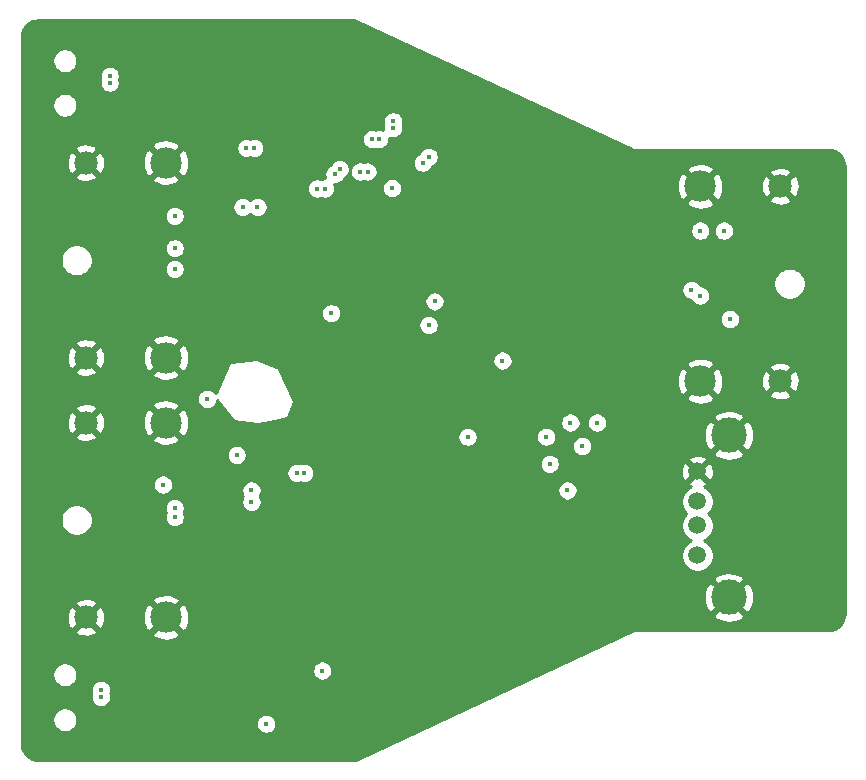
<source format=gbr>
G04 #@! TF.GenerationSoftware,KiCad,Pcbnew,(5.1.2)-2*
G04 #@! TF.CreationDate,2021-01-19T20:41:26+13:00*
G04 #@! TF.ProjectId,DPSwitch,44505377-6974-4636-982e-6b696361645f,rev?*
G04 #@! TF.SameCoordinates,Original*
G04 #@! TF.FileFunction,Copper,L2,Inr*
G04 #@! TF.FilePolarity,Positive*
%FSLAX46Y46*%
G04 Gerber Fmt 4.6, Leading zero omitted, Abs format (unit mm)*
G04 Created by KiCad (PCBNEW (5.1.2)-2) date 2021-01-19 20:41:26*
%MOMM*%
%LPD*%
G04 APERTURE LIST*
%ADD10C,2.660000*%
%ADD11C,1.982000*%
%ADD12C,1.500000*%
%ADD13C,3.000000*%
%ADD14C,0.450000*%
%ADD15C,0.254000*%
G04 APERTURE END LIST*
D10*
X74260000Y-69750000D03*
D11*
X67480000Y-69750000D03*
X67480000Y-53250000D03*
D10*
X74260000Y-53250000D03*
D12*
X119250000Y-79390000D03*
X119250000Y-81930000D03*
X119250000Y-83960000D03*
X119250000Y-86500000D03*
D13*
X121920000Y-76340000D03*
X121920000Y-90060000D03*
D10*
X119490000Y-55250000D03*
D11*
X126270000Y-55250000D03*
X126270000Y-71750000D03*
D10*
X119490000Y-71750000D03*
X74260000Y-91750000D03*
D11*
X67480000Y-91750000D03*
X67480000Y-75250000D03*
D10*
X74260000Y-75250000D03*
D14*
X91500000Y-61750000D03*
X93500000Y-61750000D03*
X93500000Y-59250000D03*
X91500000Y-59250000D03*
X115400000Y-60000000D03*
X115400000Y-58500000D03*
X115400000Y-61500000D03*
X115400000Y-63000000D03*
X78400000Y-59500000D03*
X78400000Y-62000000D03*
X78400000Y-63500000D03*
X78400000Y-65000000D03*
X78400000Y-66500000D03*
X78400000Y-84000000D03*
X78400000Y-85500000D03*
X78400000Y-87000000D03*
X78400000Y-88500000D03*
X89250000Y-62250000D03*
X89250000Y-60750000D03*
X89250000Y-59250000D03*
X78400000Y-81500000D03*
X118400000Y-65500000D03*
X93400000Y-51500000D03*
X99386802Y-66013198D03*
X101400000Y-72500000D03*
X108000000Y-71100000D03*
X114900000Y-67000000D03*
X89750000Y-96000000D03*
X90750000Y-47250000D03*
X90750000Y-63750000D03*
X92250000Y-63750000D03*
X93750000Y-63750000D03*
X95750000Y-59250000D03*
X95750000Y-60750000D03*
X95750000Y-62250000D03*
X83600000Y-78000000D03*
X67400000Y-47800000D03*
X63500000Y-46500000D03*
X63500000Y-42817000D03*
X63500000Y-50183000D03*
X63500000Y-98500000D03*
X63500000Y-94817000D03*
X63500000Y-102183000D03*
X67500000Y-99750000D03*
X103250000Y-75250000D03*
X101700000Y-80800000D03*
X110000000Y-80250000D03*
X78000000Y-96250000D03*
X82750000Y-48750000D03*
X63500000Y-61500000D03*
X63500000Y-72500000D03*
X63500000Y-83500000D03*
X93750000Y-86500000D03*
X115000000Y-91000000D03*
X130750000Y-83000000D03*
X130750000Y-63500000D03*
X104750000Y-51000000D03*
X75000000Y-82500000D03*
X75000000Y-83250000D03*
X75000000Y-60500000D03*
X75000000Y-62250000D03*
X121500000Y-59000000D03*
X119500000Y-59000000D03*
X119500000Y-64500000D03*
X118750000Y-64000000D03*
X93400000Y-55400000D03*
X102750000Y-70000000D03*
X88250000Y-66000000D03*
X96500000Y-67000000D03*
X77750000Y-73250000D03*
X99800000Y-76450000D03*
X106450000Y-76450000D03*
X87064028Y-55434445D03*
X85976600Y-79500000D03*
X87717228Y-55434445D03*
X85323400Y-79500000D03*
X88541060Y-54208940D03*
X68750000Y-97880665D03*
X88958940Y-53791060D03*
X68750000Y-98471635D03*
X93464369Y-50335634D03*
X90673400Y-54000000D03*
X81073400Y-52000000D03*
X91326600Y-54000000D03*
X81726600Y-52000000D03*
X93500000Y-49750000D03*
X80250000Y-78000000D03*
X81500000Y-82000000D03*
X82000000Y-57000000D03*
X81500000Y-81000000D03*
X80750000Y-57000000D03*
X91704515Y-51250000D03*
X69500000Y-45880665D03*
X92295485Y-51250000D03*
X69500000Y-46471635D03*
X96000000Y-53250000D03*
X97000000Y-65000000D03*
X108500000Y-75250000D03*
X110750000Y-75250000D03*
X87500000Y-96250000D03*
X108250000Y-81000000D03*
X82750000Y-100750000D03*
X109500000Y-77250000D03*
X96500000Y-52750000D03*
X106750000Y-78750000D03*
X74000000Y-80500000D03*
X75000000Y-57750000D03*
X122000000Y-66500000D03*
D15*
G36*
X113694124Y-52113218D02*
G01*
X113736594Y-52135919D01*
X113787433Y-52151341D01*
X113837591Y-52168879D01*
X113851895Y-52170895D01*
X113865717Y-52175088D01*
X113918597Y-52180296D01*
X113971204Y-52187711D01*
X114019279Y-52185000D01*
X130366495Y-52185000D01*
X130654782Y-52213267D01*
X130899855Y-52287259D01*
X131125890Y-52407443D01*
X131324281Y-52569248D01*
X131487460Y-52766497D01*
X131609220Y-52991687D01*
X131684924Y-53236247D01*
X131715001Y-53522408D01*
X131715000Y-91466495D01*
X131686733Y-91754782D01*
X131612741Y-91999855D01*
X131492554Y-92225893D01*
X131330754Y-92424279D01*
X131133503Y-92587460D01*
X130908310Y-92709221D01*
X130663753Y-92784924D01*
X130377602Y-92815000D01*
X114018153Y-92815000D01*
X113968972Y-92812387D01*
X113917505Y-92819811D01*
X113865717Y-92824912D01*
X113850822Y-92829430D01*
X113835421Y-92831652D01*
X113786381Y-92848978D01*
X113736594Y-92864081D01*
X113693131Y-92887312D01*
X90347617Y-103815000D01*
X63433505Y-103815000D01*
X63145218Y-103786733D01*
X62900145Y-103712741D01*
X62674107Y-103592554D01*
X62475721Y-103430754D01*
X62312540Y-103233503D01*
X62190779Y-103008310D01*
X62115076Y-102763753D01*
X62085000Y-102477602D01*
X62085000Y-100295600D01*
X64640460Y-100295600D01*
X64640460Y-100504240D01*
X64681164Y-100708871D01*
X64761007Y-100901630D01*
X64876921Y-101075108D01*
X65024452Y-101222639D01*
X65197930Y-101338553D01*
X65390689Y-101418396D01*
X65595320Y-101459100D01*
X65803960Y-101459100D01*
X66008591Y-101418396D01*
X66201350Y-101338553D01*
X66374828Y-101222639D01*
X66522359Y-101075108D01*
X66638273Y-100901630D01*
X66718116Y-100708871D01*
X66726783Y-100665297D01*
X81890000Y-100665297D01*
X81890000Y-100834703D01*
X81923049Y-101000853D01*
X81987878Y-101157363D01*
X82081995Y-101298218D01*
X82201782Y-101418005D01*
X82342637Y-101512122D01*
X82499147Y-101576951D01*
X82665297Y-101610000D01*
X82834703Y-101610000D01*
X83000853Y-101576951D01*
X83157363Y-101512122D01*
X83298218Y-101418005D01*
X83418005Y-101298218D01*
X83512122Y-101157363D01*
X83576951Y-101000853D01*
X83610000Y-100834703D01*
X83610000Y-100665297D01*
X83576951Y-100499147D01*
X83512122Y-100342637D01*
X83418005Y-100201782D01*
X83298218Y-100081995D01*
X83157363Y-99987878D01*
X83000853Y-99923049D01*
X82834703Y-99890000D01*
X82665297Y-99890000D01*
X82499147Y-99923049D01*
X82342637Y-99987878D01*
X82201782Y-100081995D01*
X82081995Y-100201782D01*
X81987878Y-100342637D01*
X81923049Y-100499147D01*
X81890000Y-100665297D01*
X66726783Y-100665297D01*
X66758820Y-100504240D01*
X66758820Y-100295600D01*
X66718116Y-100090969D01*
X66638273Y-99898210D01*
X66522359Y-99724732D01*
X66374828Y-99577201D01*
X66201350Y-99461287D01*
X66008591Y-99381444D01*
X65803960Y-99340740D01*
X65595320Y-99340740D01*
X65390689Y-99381444D01*
X65197930Y-99461287D01*
X65024452Y-99577201D01*
X64876921Y-99724732D01*
X64761007Y-99898210D01*
X64681164Y-100090969D01*
X64640460Y-100295600D01*
X62085000Y-100295600D01*
X62085000Y-97795962D01*
X67890000Y-97795962D01*
X67890000Y-97965368D01*
X67923049Y-98131518D01*
X67941536Y-98176150D01*
X67923049Y-98220782D01*
X67890000Y-98386932D01*
X67890000Y-98556338D01*
X67923049Y-98722488D01*
X67987878Y-98878998D01*
X68081995Y-99019853D01*
X68201782Y-99139640D01*
X68342637Y-99233757D01*
X68499147Y-99298586D01*
X68665297Y-99331635D01*
X68834703Y-99331635D01*
X69000853Y-99298586D01*
X69157363Y-99233757D01*
X69298218Y-99139640D01*
X69418005Y-99019853D01*
X69512122Y-98878998D01*
X69576951Y-98722488D01*
X69610000Y-98556338D01*
X69610000Y-98386932D01*
X69576951Y-98220782D01*
X69558464Y-98176150D01*
X69576951Y-98131518D01*
X69610000Y-97965368D01*
X69610000Y-97795962D01*
X69576951Y-97629812D01*
X69512122Y-97473302D01*
X69418005Y-97332447D01*
X69298218Y-97212660D01*
X69157363Y-97118543D01*
X69000853Y-97053714D01*
X68834703Y-97020665D01*
X68665297Y-97020665D01*
X68499147Y-97053714D01*
X68342637Y-97118543D01*
X68201782Y-97212660D01*
X68081995Y-97332447D01*
X67987878Y-97473302D01*
X67923049Y-97629812D01*
X67890000Y-97795962D01*
X62085000Y-97795962D01*
X62085000Y-96495760D01*
X64640460Y-96495760D01*
X64640460Y-96704400D01*
X64681164Y-96909031D01*
X64761007Y-97101790D01*
X64876921Y-97275268D01*
X65024452Y-97422799D01*
X65197930Y-97538713D01*
X65390689Y-97618556D01*
X65595320Y-97659260D01*
X65803960Y-97659260D01*
X66008591Y-97618556D01*
X66201350Y-97538713D01*
X66374828Y-97422799D01*
X66522359Y-97275268D01*
X66638273Y-97101790D01*
X66718116Y-96909031D01*
X66758820Y-96704400D01*
X66758820Y-96495760D01*
X66718116Y-96291129D01*
X66665995Y-96165297D01*
X86640000Y-96165297D01*
X86640000Y-96334703D01*
X86673049Y-96500853D01*
X86737878Y-96657363D01*
X86831995Y-96798218D01*
X86951782Y-96918005D01*
X87092637Y-97012122D01*
X87249147Y-97076951D01*
X87415297Y-97110000D01*
X87584703Y-97110000D01*
X87750853Y-97076951D01*
X87907363Y-97012122D01*
X88048218Y-96918005D01*
X88168005Y-96798218D01*
X88262122Y-96657363D01*
X88326951Y-96500853D01*
X88360000Y-96334703D01*
X88360000Y-96165297D01*
X88326951Y-95999147D01*
X88262122Y-95842637D01*
X88168005Y-95701782D01*
X88048218Y-95581995D01*
X87907363Y-95487878D01*
X87750853Y-95423049D01*
X87584703Y-95390000D01*
X87415297Y-95390000D01*
X87249147Y-95423049D01*
X87092637Y-95487878D01*
X86951782Y-95581995D01*
X86831995Y-95701782D01*
X86737878Y-95842637D01*
X86673049Y-95999147D01*
X86640000Y-96165297D01*
X66665995Y-96165297D01*
X66638273Y-96098370D01*
X66522359Y-95924892D01*
X66374828Y-95777361D01*
X66201350Y-95661447D01*
X66008591Y-95581604D01*
X65803960Y-95540900D01*
X65595320Y-95540900D01*
X65390689Y-95581604D01*
X65197930Y-95661447D01*
X65024452Y-95777361D01*
X64876921Y-95924892D01*
X64761007Y-96098370D01*
X64681164Y-96291129D01*
X64640460Y-96495760D01*
X62085000Y-96495760D01*
X62085000Y-92878996D01*
X66530609Y-92878996D01*
X66625287Y-93142476D01*
X66913369Y-93282467D01*
X67223226Y-93363565D01*
X67542951Y-93382654D01*
X67860257Y-93339002D01*
X68162949Y-93234285D01*
X68334713Y-93142476D01*
X68342576Y-93120593D01*
X73069012Y-93120593D01*
X73204562Y-93418751D01*
X73550399Y-93592592D01*
X73923506Y-93695623D01*
X74309543Y-93723885D01*
X74693677Y-93676292D01*
X75061145Y-93554672D01*
X75315438Y-93418751D01*
X75450988Y-93120593D01*
X74260000Y-91929605D01*
X73069012Y-93120593D01*
X68342576Y-93120593D01*
X68429391Y-92878996D01*
X67480000Y-91929605D01*
X66530609Y-92878996D01*
X62085000Y-92878996D01*
X62085000Y-91812951D01*
X65847346Y-91812951D01*
X65890998Y-92130257D01*
X65995715Y-92432949D01*
X66087524Y-92604713D01*
X66351004Y-92699391D01*
X67300395Y-91750000D01*
X67659605Y-91750000D01*
X68608996Y-92699391D01*
X68872476Y-92604713D01*
X69012467Y-92316631D01*
X69093565Y-92006774D01*
X69105937Y-91799543D01*
X72286115Y-91799543D01*
X72333708Y-92183677D01*
X72455328Y-92551145D01*
X72591249Y-92805438D01*
X72889407Y-92940988D01*
X74080395Y-91750000D01*
X74439605Y-91750000D01*
X75630593Y-92940988D01*
X75928751Y-92805438D01*
X76102592Y-92459601D01*
X76205623Y-92086494D01*
X76233885Y-91700457D01*
X76215449Y-91551653D01*
X120607952Y-91551653D01*
X120763962Y-91867214D01*
X121138745Y-92058020D01*
X121543551Y-92172044D01*
X121962824Y-92204902D01*
X122380451Y-92155334D01*
X122780383Y-92025243D01*
X123076038Y-91867214D01*
X123232048Y-91551653D01*
X121920000Y-90239605D01*
X120607952Y-91551653D01*
X76215449Y-91551653D01*
X76186292Y-91316323D01*
X76064672Y-90948855D01*
X75928751Y-90694562D01*
X75630593Y-90559012D01*
X74439605Y-91750000D01*
X74080395Y-91750000D01*
X72889407Y-90559012D01*
X72591249Y-90694562D01*
X72417408Y-91040399D01*
X72314377Y-91413506D01*
X72286115Y-91799543D01*
X69105937Y-91799543D01*
X69112654Y-91687049D01*
X69069002Y-91369743D01*
X68964285Y-91067051D01*
X68872476Y-90895287D01*
X68608996Y-90800609D01*
X67659605Y-91750000D01*
X67300395Y-91750000D01*
X66351004Y-90800609D01*
X66087524Y-90895287D01*
X65947533Y-91183369D01*
X65866435Y-91493226D01*
X65847346Y-91812951D01*
X62085000Y-91812951D01*
X62085000Y-90621004D01*
X66530609Y-90621004D01*
X67480000Y-91570395D01*
X68429391Y-90621004D01*
X68342577Y-90379407D01*
X73069012Y-90379407D01*
X74260000Y-91570395D01*
X75450988Y-90379407D01*
X75325247Y-90102824D01*
X119775098Y-90102824D01*
X119824666Y-90520451D01*
X119954757Y-90920383D01*
X120112786Y-91216038D01*
X120428347Y-91372048D01*
X121740395Y-90060000D01*
X122099605Y-90060000D01*
X123411653Y-91372048D01*
X123727214Y-91216038D01*
X123918020Y-90841255D01*
X124032044Y-90436449D01*
X124064902Y-90017176D01*
X124015334Y-89599549D01*
X123885243Y-89199617D01*
X123727214Y-88903962D01*
X123411653Y-88747952D01*
X122099605Y-90060000D01*
X121740395Y-90060000D01*
X120428347Y-88747952D01*
X120112786Y-88903962D01*
X119921980Y-89278745D01*
X119807956Y-89683551D01*
X119775098Y-90102824D01*
X75325247Y-90102824D01*
X75315438Y-90081249D01*
X74969601Y-89907408D01*
X74596494Y-89804377D01*
X74210457Y-89776115D01*
X73826323Y-89823708D01*
X73458855Y-89945328D01*
X73204562Y-90081249D01*
X73069012Y-90379407D01*
X68342577Y-90379407D01*
X68334713Y-90357524D01*
X68046631Y-90217533D01*
X67736774Y-90136435D01*
X67417049Y-90117346D01*
X67099743Y-90160998D01*
X66797051Y-90265715D01*
X66625287Y-90357524D01*
X66530609Y-90621004D01*
X62085000Y-90621004D01*
X62085000Y-88568347D01*
X120607952Y-88568347D01*
X121920000Y-89880395D01*
X123232048Y-88568347D01*
X123076038Y-88252786D01*
X122701255Y-88061980D01*
X122296449Y-87947956D01*
X121877176Y-87915098D01*
X121459549Y-87964666D01*
X121059617Y-88094757D01*
X120763962Y-88252786D01*
X120607952Y-88568347D01*
X62085000Y-88568347D01*
X62085000Y-83366052D01*
X65340000Y-83366052D01*
X65340000Y-83633948D01*
X65392264Y-83896697D01*
X65494784Y-84144201D01*
X65643619Y-84366949D01*
X65833051Y-84556381D01*
X66055799Y-84705216D01*
X66303303Y-84807736D01*
X66566052Y-84860000D01*
X66833948Y-84860000D01*
X67096697Y-84807736D01*
X67344201Y-84705216D01*
X67566949Y-84556381D01*
X67756381Y-84366949D01*
X67905216Y-84144201D01*
X68007736Y-83896697D01*
X68060000Y-83633948D01*
X68060000Y-83366052D01*
X68007736Y-83103303D01*
X67905216Y-82855799D01*
X67756381Y-82633051D01*
X67566949Y-82443619D01*
X67524563Y-82415297D01*
X74140000Y-82415297D01*
X74140000Y-82584703D01*
X74173049Y-82750853D01*
X74224473Y-82875000D01*
X74173049Y-82999147D01*
X74140000Y-83165297D01*
X74140000Y-83334703D01*
X74173049Y-83500853D01*
X74237878Y-83657363D01*
X74331995Y-83798218D01*
X74451782Y-83918005D01*
X74592637Y-84012122D01*
X74749147Y-84076951D01*
X74915297Y-84110000D01*
X75084703Y-84110000D01*
X75250853Y-84076951D01*
X75407363Y-84012122D01*
X75548218Y-83918005D01*
X75668005Y-83798218D01*
X75762122Y-83657363D01*
X75826951Y-83500853D01*
X75860000Y-83334703D01*
X75860000Y-83165297D01*
X75826951Y-82999147D01*
X75775527Y-82875000D01*
X75826951Y-82750853D01*
X75860000Y-82584703D01*
X75860000Y-82415297D01*
X75826951Y-82249147D01*
X75762122Y-82092637D01*
X75668005Y-81951782D01*
X75548218Y-81831995D01*
X75407363Y-81737878D01*
X75250853Y-81673049D01*
X75084703Y-81640000D01*
X74915297Y-81640000D01*
X74749147Y-81673049D01*
X74592637Y-81737878D01*
X74451782Y-81831995D01*
X74331995Y-81951782D01*
X74237878Y-82092637D01*
X74173049Y-82249147D01*
X74140000Y-82415297D01*
X67524563Y-82415297D01*
X67344201Y-82294784D01*
X67096697Y-82192264D01*
X66833948Y-82140000D01*
X66566052Y-82140000D01*
X66303303Y-82192264D01*
X66055799Y-82294784D01*
X65833051Y-82443619D01*
X65643619Y-82633051D01*
X65494784Y-82855799D01*
X65392264Y-83103303D01*
X65340000Y-83366052D01*
X62085000Y-83366052D01*
X62085000Y-80415297D01*
X73140000Y-80415297D01*
X73140000Y-80584703D01*
X73173049Y-80750853D01*
X73237878Y-80907363D01*
X73331995Y-81048218D01*
X73451782Y-81168005D01*
X73592637Y-81262122D01*
X73749147Y-81326951D01*
X73915297Y-81360000D01*
X74084703Y-81360000D01*
X74250853Y-81326951D01*
X74407363Y-81262122D01*
X74548218Y-81168005D01*
X74668005Y-81048218D01*
X74756820Y-80915297D01*
X80640000Y-80915297D01*
X80640000Y-81084703D01*
X80673049Y-81250853D01*
X80737878Y-81407363D01*
X80799777Y-81500000D01*
X80737878Y-81592637D01*
X80673049Y-81749147D01*
X80640000Y-81915297D01*
X80640000Y-82084703D01*
X80673049Y-82250853D01*
X80737878Y-82407363D01*
X80831995Y-82548218D01*
X80951782Y-82668005D01*
X81092637Y-82762122D01*
X81249147Y-82826951D01*
X81415297Y-82860000D01*
X81584703Y-82860000D01*
X81750853Y-82826951D01*
X81907363Y-82762122D01*
X82048218Y-82668005D01*
X82168005Y-82548218D01*
X82262122Y-82407363D01*
X82326951Y-82250853D01*
X82360000Y-82084703D01*
X82360000Y-81915297D01*
X82326951Y-81749147D01*
X82262122Y-81592637D01*
X82200223Y-81500000D01*
X82262122Y-81407363D01*
X82326951Y-81250853D01*
X82360000Y-81084703D01*
X82360000Y-80915297D01*
X107390000Y-80915297D01*
X107390000Y-81084703D01*
X107423049Y-81250853D01*
X107487878Y-81407363D01*
X107581995Y-81548218D01*
X107701782Y-81668005D01*
X107842637Y-81762122D01*
X107999147Y-81826951D01*
X108165297Y-81860000D01*
X108334703Y-81860000D01*
X108500853Y-81826951D01*
X108581395Y-81793589D01*
X117865000Y-81793589D01*
X117865000Y-82066411D01*
X117918225Y-82333989D01*
X118022629Y-82586043D01*
X118174201Y-82812886D01*
X118306315Y-82945000D01*
X118174201Y-83077114D01*
X118022629Y-83303957D01*
X117918225Y-83556011D01*
X117865000Y-83823589D01*
X117865000Y-84096411D01*
X117918225Y-84363989D01*
X118022629Y-84616043D01*
X118174201Y-84842886D01*
X118367114Y-85035799D01*
X118593957Y-85187371D01*
X118696873Y-85230000D01*
X118593957Y-85272629D01*
X118367114Y-85424201D01*
X118174201Y-85617114D01*
X118022629Y-85843957D01*
X117918225Y-86096011D01*
X117865000Y-86363589D01*
X117865000Y-86636411D01*
X117918225Y-86903989D01*
X118022629Y-87156043D01*
X118174201Y-87382886D01*
X118367114Y-87575799D01*
X118593957Y-87727371D01*
X118846011Y-87831775D01*
X119113589Y-87885000D01*
X119386411Y-87885000D01*
X119653989Y-87831775D01*
X119906043Y-87727371D01*
X120132886Y-87575799D01*
X120325799Y-87382886D01*
X120477371Y-87156043D01*
X120581775Y-86903989D01*
X120635000Y-86636411D01*
X120635000Y-86363589D01*
X120581775Y-86096011D01*
X120477371Y-85843957D01*
X120325799Y-85617114D01*
X120132886Y-85424201D01*
X119906043Y-85272629D01*
X119803127Y-85230000D01*
X119906043Y-85187371D01*
X120132886Y-85035799D01*
X120325799Y-84842886D01*
X120477371Y-84616043D01*
X120581775Y-84363989D01*
X120635000Y-84096411D01*
X120635000Y-83823589D01*
X120581775Y-83556011D01*
X120477371Y-83303957D01*
X120325799Y-83077114D01*
X120193685Y-82945000D01*
X120325799Y-82812886D01*
X120477371Y-82586043D01*
X120581775Y-82333989D01*
X120635000Y-82066411D01*
X120635000Y-81793589D01*
X120581775Y-81526011D01*
X120477371Y-81273957D01*
X120325799Y-81047114D01*
X120132886Y-80854201D01*
X119906043Y-80702629D01*
X119806721Y-80661489D01*
X119848832Y-80646277D01*
X119961863Y-80585860D01*
X120027388Y-80346993D01*
X119250000Y-79569605D01*
X118472612Y-80346993D01*
X118538137Y-80585860D01*
X118696477Y-80660164D01*
X118593957Y-80702629D01*
X118367114Y-80854201D01*
X118174201Y-81047114D01*
X118022629Y-81273957D01*
X117918225Y-81526011D01*
X117865000Y-81793589D01*
X108581395Y-81793589D01*
X108657363Y-81762122D01*
X108798218Y-81668005D01*
X108918005Y-81548218D01*
X109012122Y-81407363D01*
X109076951Y-81250853D01*
X109110000Y-81084703D01*
X109110000Y-80915297D01*
X109076951Y-80749147D01*
X109012122Y-80592637D01*
X108918005Y-80451782D01*
X108798218Y-80331995D01*
X108657363Y-80237878D01*
X108500853Y-80173049D01*
X108334703Y-80140000D01*
X108165297Y-80140000D01*
X107999147Y-80173049D01*
X107842637Y-80237878D01*
X107701782Y-80331995D01*
X107581995Y-80451782D01*
X107487878Y-80592637D01*
X107423049Y-80749147D01*
X107390000Y-80915297D01*
X82360000Y-80915297D01*
X82326951Y-80749147D01*
X82262122Y-80592637D01*
X82168005Y-80451782D01*
X82048218Y-80331995D01*
X81907363Y-80237878D01*
X81750853Y-80173049D01*
X81584703Y-80140000D01*
X81415297Y-80140000D01*
X81249147Y-80173049D01*
X81092637Y-80237878D01*
X80951782Y-80331995D01*
X80831995Y-80451782D01*
X80737878Y-80592637D01*
X80673049Y-80749147D01*
X80640000Y-80915297D01*
X74756820Y-80915297D01*
X74762122Y-80907363D01*
X74826951Y-80750853D01*
X74860000Y-80584703D01*
X74860000Y-80415297D01*
X74826951Y-80249147D01*
X74762122Y-80092637D01*
X74668005Y-79951782D01*
X74548218Y-79831995D01*
X74407363Y-79737878D01*
X74250853Y-79673049D01*
X74084703Y-79640000D01*
X73915297Y-79640000D01*
X73749147Y-79673049D01*
X73592637Y-79737878D01*
X73451782Y-79831995D01*
X73331995Y-79951782D01*
X73237878Y-80092637D01*
X73173049Y-80249147D01*
X73140000Y-80415297D01*
X62085000Y-80415297D01*
X62085000Y-79415297D01*
X84463400Y-79415297D01*
X84463400Y-79584703D01*
X84496449Y-79750853D01*
X84561278Y-79907363D01*
X84655395Y-80048218D01*
X84775182Y-80168005D01*
X84916037Y-80262122D01*
X85072547Y-80326951D01*
X85238697Y-80360000D01*
X85408103Y-80360000D01*
X85574253Y-80326951D01*
X85650000Y-80295575D01*
X85725747Y-80326951D01*
X85891897Y-80360000D01*
X86061303Y-80360000D01*
X86227453Y-80326951D01*
X86383963Y-80262122D01*
X86524818Y-80168005D01*
X86644605Y-80048218D01*
X86738722Y-79907363D01*
X86803551Y-79750853D01*
X86836600Y-79584703D01*
X86836600Y-79415297D01*
X86803551Y-79249147D01*
X86738722Y-79092637D01*
X86644605Y-78951782D01*
X86524818Y-78831995D01*
X86383963Y-78737878D01*
X86227453Y-78673049D01*
X86188481Y-78665297D01*
X105890000Y-78665297D01*
X105890000Y-78834703D01*
X105923049Y-79000853D01*
X105987878Y-79157363D01*
X106081995Y-79298218D01*
X106201782Y-79418005D01*
X106342637Y-79512122D01*
X106499147Y-79576951D01*
X106665297Y-79610000D01*
X106834703Y-79610000D01*
X107000853Y-79576951D01*
X107157363Y-79512122D01*
X107231638Y-79462492D01*
X117860188Y-79462492D01*
X117901035Y-79732238D01*
X117993723Y-79988832D01*
X118054140Y-80101863D01*
X118293007Y-80167388D01*
X119070395Y-79390000D01*
X119429605Y-79390000D01*
X120206993Y-80167388D01*
X120445860Y-80101863D01*
X120561760Y-79854884D01*
X120627250Y-79590040D01*
X120639812Y-79317508D01*
X120598965Y-79047762D01*
X120506277Y-78791168D01*
X120445860Y-78678137D01*
X120206993Y-78612612D01*
X119429605Y-79390000D01*
X119070395Y-79390000D01*
X118293007Y-78612612D01*
X118054140Y-78678137D01*
X117938240Y-78925116D01*
X117872750Y-79189960D01*
X117860188Y-79462492D01*
X107231638Y-79462492D01*
X107298218Y-79418005D01*
X107418005Y-79298218D01*
X107512122Y-79157363D01*
X107576951Y-79000853D01*
X107610000Y-78834703D01*
X107610000Y-78665297D01*
X107576951Y-78499147D01*
X107549555Y-78433007D01*
X118472612Y-78433007D01*
X119250000Y-79210395D01*
X120027388Y-78433007D01*
X119961863Y-78194140D01*
X119714884Y-78078240D01*
X119450040Y-78012750D01*
X119177508Y-78000188D01*
X118907762Y-78041035D01*
X118651168Y-78133723D01*
X118538137Y-78194140D01*
X118472612Y-78433007D01*
X107549555Y-78433007D01*
X107512122Y-78342637D01*
X107418005Y-78201782D01*
X107298218Y-78081995D01*
X107157363Y-77987878D01*
X107000853Y-77923049D01*
X106834703Y-77890000D01*
X106665297Y-77890000D01*
X106499147Y-77923049D01*
X106342637Y-77987878D01*
X106201782Y-78081995D01*
X106081995Y-78201782D01*
X105987878Y-78342637D01*
X105923049Y-78499147D01*
X105890000Y-78665297D01*
X86188481Y-78665297D01*
X86061303Y-78640000D01*
X85891897Y-78640000D01*
X85725747Y-78673049D01*
X85650000Y-78704425D01*
X85574253Y-78673049D01*
X85408103Y-78640000D01*
X85238697Y-78640000D01*
X85072547Y-78673049D01*
X84916037Y-78737878D01*
X84775182Y-78831995D01*
X84655395Y-78951782D01*
X84561278Y-79092637D01*
X84496449Y-79249147D01*
X84463400Y-79415297D01*
X62085000Y-79415297D01*
X62085000Y-77915297D01*
X79390000Y-77915297D01*
X79390000Y-78084703D01*
X79423049Y-78250853D01*
X79487878Y-78407363D01*
X79581995Y-78548218D01*
X79701782Y-78668005D01*
X79842637Y-78762122D01*
X79999147Y-78826951D01*
X80165297Y-78860000D01*
X80334703Y-78860000D01*
X80500853Y-78826951D01*
X80657363Y-78762122D01*
X80798218Y-78668005D01*
X80918005Y-78548218D01*
X81012122Y-78407363D01*
X81076951Y-78250853D01*
X81110000Y-78084703D01*
X81110000Y-77915297D01*
X81076951Y-77749147D01*
X81012122Y-77592637D01*
X80918005Y-77451782D01*
X80798218Y-77331995D01*
X80657363Y-77237878D01*
X80500853Y-77173049D01*
X80334703Y-77140000D01*
X80165297Y-77140000D01*
X79999147Y-77173049D01*
X79842637Y-77237878D01*
X79701782Y-77331995D01*
X79581995Y-77451782D01*
X79487878Y-77592637D01*
X79423049Y-77749147D01*
X79390000Y-77915297D01*
X62085000Y-77915297D01*
X62085000Y-76378996D01*
X66530609Y-76378996D01*
X66625287Y-76642476D01*
X66913369Y-76782467D01*
X67223226Y-76863565D01*
X67542951Y-76882654D01*
X67860257Y-76839002D01*
X68162949Y-76734285D01*
X68334713Y-76642476D01*
X68342576Y-76620593D01*
X73069012Y-76620593D01*
X73204562Y-76918751D01*
X73550399Y-77092592D01*
X73923506Y-77195623D01*
X74309543Y-77223885D01*
X74693677Y-77176292D01*
X75061145Y-77054672D01*
X75315438Y-76918751D01*
X75450988Y-76620593D01*
X74260000Y-75429605D01*
X73069012Y-76620593D01*
X68342576Y-76620593D01*
X68429391Y-76378996D01*
X67480000Y-75429605D01*
X66530609Y-76378996D01*
X62085000Y-76378996D01*
X62085000Y-75312951D01*
X65847346Y-75312951D01*
X65890998Y-75630257D01*
X65995715Y-75932949D01*
X66087524Y-76104713D01*
X66351004Y-76199391D01*
X67300395Y-75250000D01*
X67659605Y-75250000D01*
X68608996Y-76199391D01*
X68872476Y-76104713D01*
X69012467Y-75816631D01*
X69093565Y-75506774D01*
X69105937Y-75299543D01*
X72286115Y-75299543D01*
X72333708Y-75683677D01*
X72455328Y-76051145D01*
X72591249Y-76305438D01*
X72889407Y-76440988D01*
X74080395Y-75250000D01*
X74439605Y-75250000D01*
X75630593Y-76440988D01*
X75797084Y-76365297D01*
X98940000Y-76365297D01*
X98940000Y-76534703D01*
X98973049Y-76700853D01*
X99037878Y-76857363D01*
X99131995Y-76998218D01*
X99251782Y-77118005D01*
X99392637Y-77212122D01*
X99549147Y-77276951D01*
X99715297Y-77310000D01*
X99884703Y-77310000D01*
X100050853Y-77276951D01*
X100207363Y-77212122D01*
X100348218Y-77118005D01*
X100468005Y-76998218D01*
X100562122Y-76857363D01*
X100626951Y-76700853D01*
X100660000Y-76534703D01*
X100660000Y-76365297D01*
X105590000Y-76365297D01*
X105590000Y-76534703D01*
X105623049Y-76700853D01*
X105687878Y-76857363D01*
X105781995Y-76998218D01*
X105901782Y-77118005D01*
X106042637Y-77212122D01*
X106199147Y-77276951D01*
X106365297Y-77310000D01*
X106534703Y-77310000D01*
X106700853Y-77276951D01*
X106857363Y-77212122D01*
X106927441Y-77165297D01*
X108640000Y-77165297D01*
X108640000Y-77334703D01*
X108673049Y-77500853D01*
X108737878Y-77657363D01*
X108831995Y-77798218D01*
X108951782Y-77918005D01*
X109092637Y-78012122D01*
X109249147Y-78076951D01*
X109415297Y-78110000D01*
X109584703Y-78110000D01*
X109750853Y-78076951D01*
X109907363Y-78012122D01*
X110048218Y-77918005D01*
X110134570Y-77831653D01*
X120607952Y-77831653D01*
X120763962Y-78147214D01*
X121138745Y-78338020D01*
X121543551Y-78452044D01*
X121962824Y-78484902D01*
X122380451Y-78435334D01*
X122780383Y-78305243D01*
X123076038Y-78147214D01*
X123232048Y-77831653D01*
X121920000Y-76519605D01*
X120607952Y-77831653D01*
X110134570Y-77831653D01*
X110168005Y-77798218D01*
X110262122Y-77657363D01*
X110326951Y-77500853D01*
X110360000Y-77334703D01*
X110360000Y-77165297D01*
X110326951Y-76999147D01*
X110262122Y-76842637D01*
X110168005Y-76701782D01*
X110048218Y-76581995D01*
X109907363Y-76487878D01*
X109750853Y-76423049D01*
X109584703Y-76390000D01*
X109415297Y-76390000D01*
X109249147Y-76423049D01*
X109092637Y-76487878D01*
X108951782Y-76581995D01*
X108831995Y-76701782D01*
X108737878Y-76842637D01*
X108673049Y-76999147D01*
X108640000Y-77165297D01*
X106927441Y-77165297D01*
X106998218Y-77118005D01*
X107118005Y-76998218D01*
X107212122Y-76857363D01*
X107276951Y-76700853D01*
X107310000Y-76534703D01*
X107310000Y-76382824D01*
X119775098Y-76382824D01*
X119824666Y-76800451D01*
X119954757Y-77200383D01*
X120112786Y-77496038D01*
X120428347Y-77652048D01*
X121740395Y-76340000D01*
X122099605Y-76340000D01*
X123411653Y-77652048D01*
X123727214Y-77496038D01*
X123918020Y-77121255D01*
X124032044Y-76716449D01*
X124064902Y-76297176D01*
X124015334Y-75879549D01*
X123885243Y-75479617D01*
X123727214Y-75183962D01*
X123411653Y-75027952D01*
X122099605Y-76340000D01*
X121740395Y-76340000D01*
X120428347Y-75027952D01*
X120112786Y-75183962D01*
X119921980Y-75558745D01*
X119807956Y-75963551D01*
X119775098Y-76382824D01*
X107310000Y-76382824D01*
X107310000Y-76365297D01*
X107276951Y-76199147D01*
X107212122Y-76042637D01*
X107118005Y-75901782D01*
X106998218Y-75781995D01*
X106857363Y-75687878D01*
X106700853Y-75623049D01*
X106534703Y-75590000D01*
X106365297Y-75590000D01*
X106199147Y-75623049D01*
X106042637Y-75687878D01*
X105901782Y-75781995D01*
X105781995Y-75901782D01*
X105687878Y-76042637D01*
X105623049Y-76199147D01*
X105590000Y-76365297D01*
X100660000Y-76365297D01*
X100626951Y-76199147D01*
X100562122Y-76042637D01*
X100468005Y-75901782D01*
X100348218Y-75781995D01*
X100207363Y-75687878D01*
X100050853Y-75623049D01*
X99884703Y-75590000D01*
X99715297Y-75590000D01*
X99549147Y-75623049D01*
X99392637Y-75687878D01*
X99251782Y-75781995D01*
X99131995Y-75901782D01*
X99037878Y-76042637D01*
X98973049Y-76199147D01*
X98940000Y-76365297D01*
X75797084Y-76365297D01*
X75928751Y-76305438D01*
X76102592Y-75959601D01*
X76205623Y-75586494D01*
X76233885Y-75200457D01*
X76186292Y-74816323D01*
X76064672Y-74448855D01*
X75928751Y-74194562D01*
X75630593Y-74059012D01*
X74439605Y-75250000D01*
X74080395Y-75250000D01*
X72889407Y-74059012D01*
X72591249Y-74194562D01*
X72417408Y-74540399D01*
X72314377Y-74913506D01*
X72286115Y-75299543D01*
X69105937Y-75299543D01*
X69112654Y-75187049D01*
X69069002Y-74869743D01*
X68964285Y-74567051D01*
X68872476Y-74395287D01*
X68608996Y-74300609D01*
X67659605Y-75250000D01*
X67300395Y-75250000D01*
X66351004Y-74300609D01*
X66087524Y-74395287D01*
X65947533Y-74683369D01*
X65866435Y-74993226D01*
X65847346Y-75312951D01*
X62085000Y-75312951D01*
X62085000Y-74121004D01*
X66530609Y-74121004D01*
X67480000Y-75070395D01*
X68429391Y-74121004D01*
X68342577Y-73879407D01*
X73069012Y-73879407D01*
X74260000Y-75070395D01*
X75450988Y-73879407D01*
X75315438Y-73581249D01*
X74969601Y-73407408D01*
X74596494Y-73304377D01*
X74210457Y-73276115D01*
X73826323Y-73323708D01*
X73458855Y-73445328D01*
X73204562Y-73581249D01*
X73069012Y-73879407D01*
X68342577Y-73879407D01*
X68334713Y-73857524D01*
X68046631Y-73717533D01*
X67736774Y-73636435D01*
X67417049Y-73617346D01*
X67099743Y-73660998D01*
X66797051Y-73765715D01*
X66625287Y-73857524D01*
X66530609Y-74121004D01*
X62085000Y-74121004D01*
X62085000Y-73165297D01*
X76890000Y-73165297D01*
X76890000Y-73334703D01*
X76923049Y-73500853D01*
X76987878Y-73657363D01*
X77081995Y-73798218D01*
X77201782Y-73918005D01*
X77342637Y-74012122D01*
X77499147Y-74076951D01*
X77665297Y-74110000D01*
X77834703Y-74110000D01*
X78000853Y-74076951D01*
X78157363Y-74012122D01*
X78298218Y-73918005D01*
X78418005Y-73798218D01*
X78512122Y-73657363D01*
X78576951Y-73500853D01*
X78606285Y-73353380D01*
X79898400Y-75076200D01*
X79916890Y-75096030D01*
X79937221Y-75110398D01*
X79959965Y-75120525D01*
X79984248Y-75126019D01*
X81984248Y-75376019D01*
X82000133Y-75377000D01*
X82024907Y-75374534D01*
X83071092Y-75165297D01*
X107640000Y-75165297D01*
X107640000Y-75334703D01*
X107673049Y-75500853D01*
X107737878Y-75657363D01*
X107831995Y-75798218D01*
X107951782Y-75918005D01*
X108092637Y-76012122D01*
X108249147Y-76076951D01*
X108415297Y-76110000D01*
X108584703Y-76110000D01*
X108750853Y-76076951D01*
X108907363Y-76012122D01*
X109048218Y-75918005D01*
X109168005Y-75798218D01*
X109262122Y-75657363D01*
X109326951Y-75500853D01*
X109360000Y-75334703D01*
X109360000Y-75165297D01*
X109890000Y-75165297D01*
X109890000Y-75334703D01*
X109923049Y-75500853D01*
X109987878Y-75657363D01*
X110081995Y-75798218D01*
X110201782Y-75918005D01*
X110342637Y-76012122D01*
X110499147Y-76076951D01*
X110665297Y-76110000D01*
X110834703Y-76110000D01*
X111000853Y-76076951D01*
X111157363Y-76012122D01*
X111298218Y-75918005D01*
X111418005Y-75798218D01*
X111512122Y-75657363D01*
X111576951Y-75500853D01*
X111610000Y-75334703D01*
X111610000Y-75165297D01*
X111576951Y-74999147D01*
X111514488Y-74848347D01*
X120607952Y-74848347D01*
X121920000Y-76160395D01*
X123232048Y-74848347D01*
X123076038Y-74532786D01*
X122701255Y-74341980D01*
X122296449Y-74227956D01*
X121877176Y-74195098D01*
X121459549Y-74244666D01*
X121059617Y-74374757D01*
X120763962Y-74532786D01*
X120607952Y-74848347D01*
X111514488Y-74848347D01*
X111512122Y-74842637D01*
X111418005Y-74701782D01*
X111298218Y-74581995D01*
X111157363Y-74487878D01*
X111000853Y-74423049D01*
X110834703Y-74390000D01*
X110665297Y-74390000D01*
X110499147Y-74423049D01*
X110342637Y-74487878D01*
X110201782Y-74581995D01*
X110081995Y-74701782D01*
X109987878Y-74842637D01*
X109923049Y-74999147D01*
X109890000Y-75165297D01*
X109360000Y-75165297D01*
X109326951Y-74999147D01*
X109262122Y-74842637D01*
X109168005Y-74701782D01*
X109048218Y-74581995D01*
X108907363Y-74487878D01*
X108750853Y-74423049D01*
X108584703Y-74390000D01*
X108415297Y-74390000D01*
X108249147Y-74423049D01*
X108092637Y-74487878D01*
X107951782Y-74581995D01*
X107831995Y-74701782D01*
X107737878Y-74842637D01*
X107673049Y-74999147D01*
X107640000Y-75165297D01*
X83071092Y-75165297D01*
X84524907Y-74874534D01*
X84550028Y-74866731D01*
X84571840Y-74854729D01*
X84590891Y-74838701D01*
X84606449Y-74819265D01*
X84617917Y-74797167D01*
X85117917Y-73547167D01*
X85125329Y-73520537D01*
X85126927Y-73495692D01*
X85123648Y-73471012D01*
X85115617Y-73447447D01*
X84967048Y-73120593D01*
X118299012Y-73120593D01*
X118434562Y-73418751D01*
X118780399Y-73592592D01*
X119153506Y-73695623D01*
X119539543Y-73723885D01*
X119923677Y-73676292D01*
X120291145Y-73554672D01*
X120545438Y-73418751D01*
X120680988Y-73120593D01*
X119490000Y-71929605D01*
X118299012Y-73120593D01*
X84967048Y-73120593D01*
X84366570Y-71799543D01*
X117516115Y-71799543D01*
X117563708Y-72183677D01*
X117685328Y-72551145D01*
X117821249Y-72805438D01*
X118119407Y-72940988D01*
X119310395Y-71750000D01*
X119669605Y-71750000D01*
X120860593Y-72940988D01*
X120996951Y-72878996D01*
X125320609Y-72878996D01*
X125415287Y-73142476D01*
X125703369Y-73282467D01*
X126013226Y-73363565D01*
X126332951Y-73382654D01*
X126650257Y-73339002D01*
X126952949Y-73234285D01*
X127124713Y-73142476D01*
X127219391Y-72878996D01*
X126270000Y-71929605D01*
X125320609Y-72878996D01*
X120996951Y-72878996D01*
X121158751Y-72805438D01*
X121332592Y-72459601D01*
X121435623Y-72086494D01*
X121455649Y-71812951D01*
X124637346Y-71812951D01*
X124680998Y-72130257D01*
X124785715Y-72432949D01*
X124877524Y-72604713D01*
X125141004Y-72699391D01*
X126090395Y-71750000D01*
X126449605Y-71750000D01*
X127398996Y-72699391D01*
X127662476Y-72604713D01*
X127802467Y-72316631D01*
X127883565Y-72006774D01*
X127902654Y-71687049D01*
X127859002Y-71369743D01*
X127754285Y-71067051D01*
X127662476Y-70895287D01*
X127398996Y-70800609D01*
X126449605Y-71750000D01*
X126090395Y-71750000D01*
X125141004Y-70800609D01*
X124877524Y-70895287D01*
X124737533Y-71183369D01*
X124656435Y-71493226D01*
X124637346Y-71812951D01*
X121455649Y-71812951D01*
X121463885Y-71700457D01*
X121416292Y-71316323D01*
X121294672Y-70948855D01*
X121158751Y-70694562D01*
X120996952Y-70621004D01*
X125320609Y-70621004D01*
X126270000Y-71570395D01*
X127219391Y-70621004D01*
X127124713Y-70357524D01*
X126836631Y-70217533D01*
X126526774Y-70136435D01*
X126207049Y-70117346D01*
X125889743Y-70160998D01*
X125587051Y-70265715D01*
X125415287Y-70357524D01*
X125320609Y-70621004D01*
X120996952Y-70621004D01*
X120860593Y-70559012D01*
X119669605Y-71750000D01*
X119310395Y-71750000D01*
X118119407Y-70559012D01*
X117821249Y-70694562D01*
X117647408Y-71040399D01*
X117544377Y-71413506D01*
X117516115Y-71799543D01*
X84366570Y-71799543D01*
X83865617Y-70697447D01*
X83856449Y-70680735D01*
X83840891Y-70661299D01*
X83821840Y-70645271D01*
X83800028Y-70633269D01*
X82124760Y-69915297D01*
X101890000Y-69915297D01*
X101890000Y-70084703D01*
X101923049Y-70250853D01*
X101987878Y-70407363D01*
X102081995Y-70548218D01*
X102201782Y-70668005D01*
X102342637Y-70762122D01*
X102499147Y-70826951D01*
X102665297Y-70860000D01*
X102834703Y-70860000D01*
X103000853Y-70826951D01*
X103157363Y-70762122D01*
X103298218Y-70668005D01*
X103418005Y-70548218D01*
X103512122Y-70407363D01*
X103523701Y-70379407D01*
X118299012Y-70379407D01*
X119490000Y-71570395D01*
X120680988Y-70379407D01*
X120545438Y-70081249D01*
X120199601Y-69907408D01*
X119826494Y-69804377D01*
X119440457Y-69776115D01*
X119056323Y-69823708D01*
X118688855Y-69945328D01*
X118434562Y-70081249D01*
X118299012Y-70379407D01*
X103523701Y-70379407D01*
X103576951Y-70250853D01*
X103610000Y-70084703D01*
X103610000Y-69915297D01*
X103576951Y-69749147D01*
X103512122Y-69592637D01*
X103418005Y-69451782D01*
X103298218Y-69331995D01*
X103157363Y-69237878D01*
X103000853Y-69173049D01*
X102834703Y-69140000D01*
X102665297Y-69140000D01*
X102499147Y-69173049D01*
X102342637Y-69237878D01*
X102201782Y-69331995D01*
X102081995Y-69451782D01*
X101987878Y-69592637D01*
X101923049Y-69749147D01*
X101890000Y-69915297D01*
X82124760Y-69915297D01*
X82050028Y-69883269D01*
X82035346Y-69878018D01*
X82010870Y-69873466D01*
X81985975Y-69873777D01*
X79735975Y-70123777D01*
X79705407Y-70131086D01*
X79683065Y-70142071D01*
X79663295Y-70157203D01*
X79646858Y-70175901D01*
X79634383Y-70197447D01*
X78464452Y-72771295D01*
X78418005Y-72701782D01*
X78298218Y-72581995D01*
X78157363Y-72487878D01*
X78000853Y-72423049D01*
X77834703Y-72390000D01*
X77665297Y-72390000D01*
X77499147Y-72423049D01*
X77342637Y-72487878D01*
X77201782Y-72581995D01*
X77081995Y-72701782D01*
X76987878Y-72842637D01*
X76923049Y-72999147D01*
X76890000Y-73165297D01*
X62085000Y-73165297D01*
X62085000Y-70878996D01*
X66530609Y-70878996D01*
X66625287Y-71142476D01*
X66913369Y-71282467D01*
X67223226Y-71363565D01*
X67542951Y-71382654D01*
X67860257Y-71339002D01*
X68162949Y-71234285D01*
X68334713Y-71142476D01*
X68342576Y-71120593D01*
X73069012Y-71120593D01*
X73204562Y-71418751D01*
X73550399Y-71592592D01*
X73923506Y-71695623D01*
X74309543Y-71723885D01*
X74693677Y-71676292D01*
X75061145Y-71554672D01*
X75315438Y-71418751D01*
X75450988Y-71120593D01*
X74260000Y-69929605D01*
X73069012Y-71120593D01*
X68342576Y-71120593D01*
X68429391Y-70878996D01*
X67480000Y-69929605D01*
X66530609Y-70878996D01*
X62085000Y-70878996D01*
X62085000Y-69812951D01*
X65847346Y-69812951D01*
X65890998Y-70130257D01*
X65995715Y-70432949D01*
X66087524Y-70604713D01*
X66351004Y-70699391D01*
X67300395Y-69750000D01*
X67659605Y-69750000D01*
X68608996Y-70699391D01*
X68872476Y-70604713D01*
X69012467Y-70316631D01*
X69093565Y-70006774D01*
X69105937Y-69799543D01*
X72286115Y-69799543D01*
X72333708Y-70183677D01*
X72455328Y-70551145D01*
X72591249Y-70805438D01*
X72889407Y-70940988D01*
X74080395Y-69750000D01*
X74439605Y-69750000D01*
X75630593Y-70940988D01*
X75928751Y-70805438D01*
X76102592Y-70459601D01*
X76205623Y-70086494D01*
X76233885Y-69700457D01*
X76186292Y-69316323D01*
X76064672Y-68948855D01*
X75928751Y-68694562D01*
X75630593Y-68559012D01*
X74439605Y-69750000D01*
X74080395Y-69750000D01*
X72889407Y-68559012D01*
X72591249Y-68694562D01*
X72417408Y-69040399D01*
X72314377Y-69413506D01*
X72286115Y-69799543D01*
X69105937Y-69799543D01*
X69112654Y-69687049D01*
X69069002Y-69369743D01*
X68964285Y-69067051D01*
X68872476Y-68895287D01*
X68608996Y-68800609D01*
X67659605Y-69750000D01*
X67300395Y-69750000D01*
X66351004Y-68800609D01*
X66087524Y-68895287D01*
X65947533Y-69183369D01*
X65866435Y-69493226D01*
X65847346Y-69812951D01*
X62085000Y-69812951D01*
X62085000Y-68621004D01*
X66530609Y-68621004D01*
X67480000Y-69570395D01*
X68429391Y-68621004D01*
X68342577Y-68379407D01*
X73069012Y-68379407D01*
X74260000Y-69570395D01*
X75450988Y-68379407D01*
X75315438Y-68081249D01*
X74969601Y-67907408D01*
X74596494Y-67804377D01*
X74210457Y-67776115D01*
X73826323Y-67823708D01*
X73458855Y-67945328D01*
X73204562Y-68081249D01*
X73069012Y-68379407D01*
X68342577Y-68379407D01*
X68334713Y-68357524D01*
X68046631Y-68217533D01*
X67736774Y-68136435D01*
X67417049Y-68117346D01*
X67099743Y-68160998D01*
X66797051Y-68265715D01*
X66625287Y-68357524D01*
X66530609Y-68621004D01*
X62085000Y-68621004D01*
X62085000Y-66915297D01*
X95640000Y-66915297D01*
X95640000Y-67084703D01*
X95673049Y-67250853D01*
X95737878Y-67407363D01*
X95831995Y-67548218D01*
X95951782Y-67668005D01*
X96092637Y-67762122D01*
X96249147Y-67826951D01*
X96415297Y-67860000D01*
X96584703Y-67860000D01*
X96750853Y-67826951D01*
X96907363Y-67762122D01*
X97048218Y-67668005D01*
X97168005Y-67548218D01*
X97262122Y-67407363D01*
X97326951Y-67250853D01*
X97360000Y-67084703D01*
X97360000Y-66915297D01*
X97326951Y-66749147D01*
X97262122Y-66592637D01*
X97168005Y-66451782D01*
X97131520Y-66415297D01*
X121140000Y-66415297D01*
X121140000Y-66584703D01*
X121173049Y-66750853D01*
X121237878Y-66907363D01*
X121331995Y-67048218D01*
X121451782Y-67168005D01*
X121592637Y-67262122D01*
X121749147Y-67326951D01*
X121915297Y-67360000D01*
X122084703Y-67360000D01*
X122250853Y-67326951D01*
X122407363Y-67262122D01*
X122548218Y-67168005D01*
X122668005Y-67048218D01*
X122762122Y-66907363D01*
X122826951Y-66750853D01*
X122860000Y-66584703D01*
X122860000Y-66415297D01*
X122826951Y-66249147D01*
X122762122Y-66092637D01*
X122668005Y-65951782D01*
X122548218Y-65831995D01*
X122407363Y-65737878D01*
X122250853Y-65673049D01*
X122084703Y-65640000D01*
X121915297Y-65640000D01*
X121749147Y-65673049D01*
X121592637Y-65737878D01*
X121451782Y-65831995D01*
X121331995Y-65951782D01*
X121237878Y-66092637D01*
X121173049Y-66249147D01*
X121140000Y-66415297D01*
X97131520Y-66415297D01*
X97048218Y-66331995D01*
X96907363Y-66237878D01*
X96750853Y-66173049D01*
X96584703Y-66140000D01*
X96415297Y-66140000D01*
X96249147Y-66173049D01*
X96092637Y-66237878D01*
X95951782Y-66331995D01*
X95831995Y-66451782D01*
X95737878Y-66592637D01*
X95673049Y-66749147D01*
X95640000Y-66915297D01*
X62085000Y-66915297D01*
X62085000Y-65915297D01*
X87390000Y-65915297D01*
X87390000Y-66084703D01*
X87423049Y-66250853D01*
X87487878Y-66407363D01*
X87581995Y-66548218D01*
X87701782Y-66668005D01*
X87842637Y-66762122D01*
X87999147Y-66826951D01*
X88165297Y-66860000D01*
X88334703Y-66860000D01*
X88500853Y-66826951D01*
X88657363Y-66762122D01*
X88798218Y-66668005D01*
X88918005Y-66548218D01*
X89012122Y-66407363D01*
X89076951Y-66250853D01*
X89110000Y-66084703D01*
X89110000Y-65915297D01*
X89076951Y-65749147D01*
X89012122Y-65592637D01*
X88918005Y-65451782D01*
X88798218Y-65331995D01*
X88657363Y-65237878D01*
X88500853Y-65173049D01*
X88334703Y-65140000D01*
X88165297Y-65140000D01*
X87999147Y-65173049D01*
X87842637Y-65237878D01*
X87701782Y-65331995D01*
X87581995Y-65451782D01*
X87487878Y-65592637D01*
X87423049Y-65749147D01*
X87390000Y-65915297D01*
X62085000Y-65915297D01*
X62085000Y-64915297D01*
X96140000Y-64915297D01*
X96140000Y-65084703D01*
X96173049Y-65250853D01*
X96237878Y-65407363D01*
X96331995Y-65548218D01*
X96451782Y-65668005D01*
X96592637Y-65762122D01*
X96749147Y-65826951D01*
X96915297Y-65860000D01*
X97084703Y-65860000D01*
X97250853Y-65826951D01*
X97407363Y-65762122D01*
X97548218Y-65668005D01*
X97668005Y-65548218D01*
X97762122Y-65407363D01*
X97826951Y-65250853D01*
X97860000Y-65084703D01*
X97860000Y-64915297D01*
X97826951Y-64749147D01*
X97762122Y-64592637D01*
X97668005Y-64451782D01*
X97548218Y-64331995D01*
X97407363Y-64237878D01*
X97250853Y-64173049D01*
X97084703Y-64140000D01*
X96915297Y-64140000D01*
X96749147Y-64173049D01*
X96592637Y-64237878D01*
X96451782Y-64331995D01*
X96331995Y-64451782D01*
X96237878Y-64592637D01*
X96173049Y-64749147D01*
X96140000Y-64915297D01*
X62085000Y-64915297D01*
X62085000Y-63915297D01*
X117890000Y-63915297D01*
X117890000Y-64084703D01*
X117923049Y-64250853D01*
X117987878Y-64407363D01*
X118081995Y-64548218D01*
X118201782Y-64668005D01*
X118342637Y-64762122D01*
X118499147Y-64826951D01*
X118665297Y-64860000D01*
X118718259Y-64860000D01*
X118737878Y-64907363D01*
X118831995Y-65048218D01*
X118951782Y-65168005D01*
X119092637Y-65262122D01*
X119249147Y-65326951D01*
X119415297Y-65360000D01*
X119584703Y-65360000D01*
X119750853Y-65326951D01*
X119907363Y-65262122D01*
X120048218Y-65168005D01*
X120168005Y-65048218D01*
X120262122Y-64907363D01*
X120326951Y-64750853D01*
X120360000Y-64584703D01*
X120360000Y-64415297D01*
X120326951Y-64249147D01*
X120262122Y-64092637D01*
X120168005Y-63951782D01*
X120048218Y-63831995D01*
X119907363Y-63737878D01*
X119750853Y-63673049D01*
X119584703Y-63640000D01*
X119531741Y-63640000D01*
X119512122Y-63592637D01*
X119418005Y-63451782D01*
X119332275Y-63366052D01*
X125690000Y-63366052D01*
X125690000Y-63633948D01*
X125742264Y-63896697D01*
X125844784Y-64144201D01*
X125993619Y-64366949D01*
X126183051Y-64556381D01*
X126405799Y-64705216D01*
X126653303Y-64807736D01*
X126916052Y-64860000D01*
X127183948Y-64860000D01*
X127446697Y-64807736D01*
X127694201Y-64705216D01*
X127916949Y-64556381D01*
X128106381Y-64366949D01*
X128255216Y-64144201D01*
X128357736Y-63896697D01*
X128410000Y-63633948D01*
X128410000Y-63366052D01*
X128357736Y-63103303D01*
X128255216Y-62855799D01*
X128106381Y-62633051D01*
X127916949Y-62443619D01*
X127694201Y-62294784D01*
X127446697Y-62192264D01*
X127183948Y-62140000D01*
X126916052Y-62140000D01*
X126653303Y-62192264D01*
X126405799Y-62294784D01*
X126183051Y-62443619D01*
X125993619Y-62633051D01*
X125844784Y-62855799D01*
X125742264Y-63103303D01*
X125690000Y-63366052D01*
X119332275Y-63366052D01*
X119298218Y-63331995D01*
X119157363Y-63237878D01*
X119000853Y-63173049D01*
X118834703Y-63140000D01*
X118665297Y-63140000D01*
X118499147Y-63173049D01*
X118342637Y-63237878D01*
X118201782Y-63331995D01*
X118081995Y-63451782D01*
X117987878Y-63592637D01*
X117923049Y-63749147D01*
X117890000Y-63915297D01*
X62085000Y-63915297D01*
X62085000Y-61366052D01*
X65340000Y-61366052D01*
X65340000Y-61633948D01*
X65392264Y-61896697D01*
X65494784Y-62144201D01*
X65643619Y-62366949D01*
X65833051Y-62556381D01*
X66055799Y-62705216D01*
X66303303Y-62807736D01*
X66566052Y-62860000D01*
X66833948Y-62860000D01*
X67096697Y-62807736D01*
X67344201Y-62705216D01*
X67566949Y-62556381D01*
X67756381Y-62366949D01*
X67891120Y-62165297D01*
X74140000Y-62165297D01*
X74140000Y-62334703D01*
X74173049Y-62500853D01*
X74237878Y-62657363D01*
X74331995Y-62798218D01*
X74451782Y-62918005D01*
X74592637Y-63012122D01*
X74749147Y-63076951D01*
X74915297Y-63110000D01*
X75084703Y-63110000D01*
X75250853Y-63076951D01*
X75407363Y-63012122D01*
X75548218Y-62918005D01*
X75668005Y-62798218D01*
X75762122Y-62657363D01*
X75826951Y-62500853D01*
X75860000Y-62334703D01*
X75860000Y-62165297D01*
X75826951Y-61999147D01*
X75762122Y-61842637D01*
X75668005Y-61701782D01*
X75548218Y-61581995D01*
X75407363Y-61487878D01*
X75250853Y-61423049D01*
X75084703Y-61390000D01*
X74915297Y-61390000D01*
X74749147Y-61423049D01*
X74592637Y-61487878D01*
X74451782Y-61581995D01*
X74331995Y-61701782D01*
X74237878Y-61842637D01*
X74173049Y-61999147D01*
X74140000Y-62165297D01*
X67891120Y-62165297D01*
X67905216Y-62144201D01*
X68007736Y-61896697D01*
X68060000Y-61633948D01*
X68060000Y-61366052D01*
X68007736Y-61103303D01*
X67905216Y-60855799D01*
X67756381Y-60633051D01*
X67566949Y-60443619D01*
X67524563Y-60415297D01*
X74140000Y-60415297D01*
X74140000Y-60584703D01*
X74173049Y-60750853D01*
X74237878Y-60907363D01*
X74331995Y-61048218D01*
X74451782Y-61168005D01*
X74592637Y-61262122D01*
X74749147Y-61326951D01*
X74915297Y-61360000D01*
X75084703Y-61360000D01*
X75250853Y-61326951D01*
X75407363Y-61262122D01*
X75548218Y-61168005D01*
X75668005Y-61048218D01*
X75762122Y-60907363D01*
X75826951Y-60750853D01*
X75860000Y-60584703D01*
X75860000Y-60415297D01*
X75826951Y-60249147D01*
X75762122Y-60092637D01*
X75668005Y-59951782D01*
X75548218Y-59831995D01*
X75407363Y-59737878D01*
X75250853Y-59673049D01*
X75084703Y-59640000D01*
X74915297Y-59640000D01*
X74749147Y-59673049D01*
X74592637Y-59737878D01*
X74451782Y-59831995D01*
X74331995Y-59951782D01*
X74237878Y-60092637D01*
X74173049Y-60249147D01*
X74140000Y-60415297D01*
X67524563Y-60415297D01*
X67344201Y-60294784D01*
X67096697Y-60192264D01*
X66833948Y-60140000D01*
X66566052Y-60140000D01*
X66303303Y-60192264D01*
X66055799Y-60294784D01*
X65833051Y-60443619D01*
X65643619Y-60633051D01*
X65494784Y-60855799D01*
X65392264Y-61103303D01*
X65340000Y-61366052D01*
X62085000Y-61366052D01*
X62085000Y-58915297D01*
X118640000Y-58915297D01*
X118640000Y-59084703D01*
X118673049Y-59250853D01*
X118737878Y-59407363D01*
X118831995Y-59548218D01*
X118951782Y-59668005D01*
X119092637Y-59762122D01*
X119249147Y-59826951D01*
X119415297Y-59860000D01*
X119584703Y-59860000D01*
X119750853Y-59826951D01*
X119907363Y-59762122D01*
X120048218Y-59668005D01*
X120168005Y-59548218D01*
X120262122Y-59407363D01*
X120326951Y-59250853D01*
X120360000Y-59084703D01*
X120360000Y-58915297D01*
X120640000Y-58915297D01*
X120640000Y-59084703D01*
X120673049Y-59250853D01*
X120737878Y-59407363D01*
X120831995Y-59548218D01*
X120951782Y-59668005D01*
X121092637Y-59762122D01*
X121249147Y-59826951D01*
X121415297Y-59860000D01*
X121584703Y-59860000D01*
X121750853Y-59826951D01*
X121907363Y-59762122D01*
X122048218Y-59668005D01*
X122168005Y-59548218D01*
X122262122Y-59407363D01*
X122326951Y-59250853D01*
X122360000Y-59084703D01*
X122360000Y-58915297D01*
X122326951Y-58749147D01*
X122262122Y-58592637D01*
X122168005Y-58451782D01*
X122048218Y-58331995D01*
X121907363Y-58237878D01*
X121750853Y-58173049D01*
X121584703Y-58140000D01*
X121415297Y-58140000D01*
X121249147Y-58173049D01*
X121092637Y-58237878D01*
X120951782Y-58331995D01*
X120831995Y-58451782D01*
X120737878Y-58592637D01*
X120673049Y-58749147D01*
X120640000Y-58915297D01*
X120360000Y-58915297D01*
X120326951Y-58749147D01*
X120262122Y-58592637D01*
X120168005Y-58451782D01*
X120048218Y-58331995D01*
X119907363Y-58237878D01*
X119750853Y-58173049D01*
X119584703Y-58140000D01*
X119415297Y-58140000D01*
X119249147Y-58173049D01*
X119092637Y-58237878D01*
X118951782Y-58331995D01*
X118831995Y-58451782D01*
X118737878Y-58592637D01*
X118673049Y-58749147D01*
X118640000Y-58915297D01*
X62085000Y-58915297D01*
X62085000Y-57665297D01*
X74140000Y-57665297D01*
X74140000Y-57834703D01*
X74173049Y-58000853D01*
X74237878Y-58157363D01*
X74331995Y-58298218D01*
X74451782Y-58418005D01*
X74592637Y-58512122D01*
X74749147Y-58576951D01*
X74915297Y-58610000D01*
X75084703Y-58610000D01*
X75250853Y-58576951D01*
X75407363Y-58512122D01*
X75548218Y-58418005D01*
X75668005Y-58298218D01*
X75762122Y-58157363D01*
X75826951Y-58000853D01*
X75860000Y-57834703D01*
X75860000Y-57665297D01*
X75826951Y-57499147D01*
X75762122Y-57342637D01*
X75668005Y-57201782D01*
X75548218Y-57081995D01*
X75407363Y-56987878D01*
X75250853Y-56923049D01*
X75211881Y-56915297D01*
X79890000Y-56915297D01*
X79890000Y-57084703D01*
X79923049Y-57250853D01*
X79987878Y-57407363D01*
X80081995Y-57548218D01*
X80201782Y-57668005D01*
X80342637Y-57762122D01*
X80499147Y-57826951D01*
X80665297Y-57860000D01*
X80834703Y-57860000D01*
X81000853Y-57826951D01*
X81157363Y-57762122D01*
X81298218Y-57668005D01*
X81375000Y-57591223D01*
X81451782Y-57668005D01*
X81592637Y-57762122D01*
X81749147Y-57826951D01*
X81915297Y-57860000D01*
X82084703Y-57860000D01*
X82250853Y-57826951D01*
X82407363Y-57762122D01*
X82548218Y-57668005D01*
X82668005Y-57548218D01*
X82762122Y-57407363D01*
X82826951Y-57250853D01*
X82860000Y-57084703D01*
X82860000Y-56915297D01*
X82826951Y-56749147D01*
X82773702Y-56620593D01*
X118299012Y-56620593D01*
X118434562Y-56918751D01*
X118780399Y-57092592D01*
X119153506Y-57195623D01*
X119539543Y-57223885D01*
X119923677Y-57176292D01*
X120291145Y-57054672D01*
X120545438Y-56918751D01*
X120680988Y-56620593D01*
X119490000Y-55429605D01*
X118299012Y-56620593D01*
X82773702Y-56620593D01*
X82762122Y-56592637D01*
X82668005Y-56451782D01*
X82548218Y-56331995D01*
X82407363Y-56237878D01*
X82250853Y-56173049D01*
X82084703Y-56140000D01*
X81915297Y-56140000D01*
X81749147Y-56173049D01*
X81592637Y-56237878D01*
X81451782Y-56331995D01*
X81375000Y-56408777D01*
X81298218Y-56331995D01*
X81157363Y-56237878D01*
X81000853Y-56173049D01*
X80834703Y-56140000D01*
X80665297Y-56140000D01*
X80499147Y-56173049D01*
X80342637Y-56237878D01*
X80201782Y-56331995D01*
X80081995Y-56451782D01*
X79987878Y-56592637D01*
X79923049Y-56749147D01*
X79890000Y-56915297D01*
X75211881Y-56915297D01*
X75084703Y-56890000D01*
X74915297Y-56890000D01*
X74749147Y-56923049D01*
X74592637Y-56987878D01*
X74451782Y-57081995D01*
X74331995Y-57201782D01*
X74237878Y-57342637D01*
X74173049Y-57499147D01*
X74140000Y-57665297D01*
X62085000Y-57665297D01*
X62085000Y-55349742D01*
X86204028Y-55349742D01*
X86204028Y-55519148D01*
X86237077Y-55685298D01*
X86301906Y-55841808D01*
X86396023Y-55982663D01*
X86515810Y-56102450D01*
X86656665Y-56196567D01*
X86813175Y-56261396D01*
X86979325Y-56294445D01*
X87148731Y-56294445D01*
X87314881Y-56261396D01*
X87390628Y-56230020D01*
X87466375Y-56261396D01*
X87632525Y-56294445D01*
X87801931Y-56294445D01*
X87968081Y-56261396D01*
X88124591Y-56196567D01*
X88265446Y-56102450D01*
X88385233Y-55982663D01*
X88479350Y-55841808D01*
X88544179Y-55685298D01*
X88577228Y-55519148D01*
X88577228Y-55349742D01*
X88570377Y-55315297D01*
X92540000Y-55315297D01*
X92540000Y-55484703D01*
X92573049Y-55650853D01*
X92637878Y-55807363D01*
X92731995Y-55948218D01*
X92851782Y-56068005D01*
X92992637Y-56162122D01*
X93149147Y-56226951D01*
X93315297Y-56260000D01*
X93484703Y-56260000D01*
X93650853Y-56226951D01*
X93807363Y-56162122D01*
X93948218Y-56068005D01*
X94068005Y-55948218D01*
X94162122Y-55807363D01*
X94226951Y-55650853D01*
X94260000Y-55484703D01*
X94260000Y-55315297D01*
X94256867Y-55299543D01*
X117516115Y-55299543D01*
X117563708Y-55683677D01*
X117685328Y-56051145D01*
X117821249Y-56305438D01*
X118119407Y-56440988D01*
X119310395Y-55250000D01*
X119669605Y-55250000D01*
X120860593Y-56440988D01*
X120996951Y-56378996D01*
X125320609Y-56378996D01*
X125415287Y-56642476D01*
X125703369Y-56782467D01*
X126013226Y-56863565D01*
X126332951Y-56882654D01*
X126650257Y-56839002D01*
X126952949Y-56734285D01*
X127124713Y-56642476D01*
X127219391Y-56378996D01*
X126270000Y-55429605D01*
X125320609Y-56378996D01*
X120996951Y-56378996D01*
X121158751Y-56305438D01*
X121332592Y-55959601D01*
X121435623Y-55586494D01*
X121455649Y-55312951D01*
X124637346Y-55312951D01*
X124680998Y-55630257D01*
X124785715Y-55932949D01*
X124877524Y-56104713D01*
X125141004Y-56199391D01*
X126090395Y-55250000D01*
X126449605Y-55250000D01*
X127398996Y-56199391D01*
X127662476Y-56104713D01*
X127802467Y-55816631D01*
X127883565Y-55506774D01*
X127902654Y-55187049D01*
X127859002Y-54869743D01*
X127754285Y-54567051D01*
X127662476Y-54395287D01*
X127398996Y-54300609D01*
X126449605Y-55250000D01*
X126090395Y-55250000D01*
X125141004Y-54300609D01*
X124877524Y-54395287D01*
X124737533Y-54683369D01*
X124656435Y-54993226D01*
X124637346Y-55312951D01*
X121455649Y-55312951D01*
X121463885Y-55200457D01*
X121416292Y-54816323D01*
X121294672Y-54448855D01*
X121158751Y-54194562D01*
X120996952Y-54121004D01*
X125320609Y-54121004D01*
X126270000Y-55070395D01*
X127219391Y-54121004D01*
X127124713Y-53857524D01*
X126836631Y-53717533D01*
X126526774Y-53636435D01*
X126207049Y-53617346D01*
X125889743Y-53660998D01*
X125587051Y-53765715D01*
X125415287Y-53857524D01*
X125320609Y-54121004D01*
X120996952Y-54121004D01*
X120860593Y-54059012D01*
X119669605Y-55250000D01*
X119310395Y-55250000D01*
X118119407Y-54059012D01*
X117821249Y-54194562D01*
X117647408Y-54540399D01*
X117544377Y-54913506D01*
X117516115Y-55299543D01*
X94256867Y-55299543D01*
X94226951Y-55149147D01*
X94162122Y-54992637D01*
X94068005Y-54851782D01*
X93948218Y-54731995D01*
X93807363Y-54637878D01*
X93650853Y-54573049D01*
X93484703Y-54540000D01*
X93315297Y-54540000D01*
X93149147Y-54573049D01*
X92992637Y-54637878D01*
X92851782Y-54731995D01*
X92731995Y-54851782D01*
X92637878Y-54992637D01*
X92573049Y-55149147D01*
X92540000Y-55315297D01*
X88570377Y-55315297D01*
X88544179Y-55183592D01*
X88496688Y-55068940D01*
X88625763Y-55068940D01*
X88791913Y-55035891D01*
X88948423Y-54971062D01*
X89089278Y-54876945D01*
X89209065Y-54757158D01*
X89303182Y-54616303D01*
X89321670Y-54571670D01*
X89366303Y-54553182D01*
X89507158Y-54459065D01*
X89626945Y-54339278D01*
X89721062Y-54198423D01*
X89785891Y-54041913D01*
X89811076Y-53915297D01*
X89813400Y-53915297D01*
X89813400Y-54084703D01*
X89846449Y-54250853D01*
X89911278Y-54407363D01*
X90005395Y-54548218D01*
X90125182Y-54668005D01*
X90266037Y-54762122D01*
X90422547Y-54826951D01*
X90588697Y-54860000D01*
X90758103Y-54860000D01*
X90924253Y-54826951D01*
X91000000Y-54795575D01*
X91075747Y-54826951D01*
X91241897Y-54860000D01*
X91411303Y-54860000D01*
X91577453Y-54826951D01*
X91733963Y-54762122D01*
X91874818Y-54668005D01*
X91994605Y-54548218D01*
X92088722Y-54407363D01*
X92153551Y-54250853D01*
X92186600Y-54084703D01*
X92186600Y-53915297D01*
X92153551Y-53749147D01*
X92088722Y-53592637D01*
X91994605Y-53451782D01*
X91874818Y-53331995D01*
X91733963Y-53237878D01*
X91577453Y-53173049D01*
X91538481Y-53165297D01*
X95140000Y-53165297D01*
X95140000Y-53334703D01*
X95173049Y-53500853D01*
X95237878Y-53657363D01*
X95331995Y-53798218D01*
X95451782Y-53918005D01*
X95592637Y-54012122D01*
X95749147Y-54076951D01*
X95915297Y-54110000D01*
X96084703Y-54110000D01*
X96250853Y-54076951D01*
X96407363Y-54012122D01*
X96548218Y-53918005D01*
X96586816Y-53879407D01*
X118299012Y-53879407D01*
X119490000Y-55070395D01*
X120680988Y-53879407D01*
X120545438Y-53581249D01*
X120199601Y-53407408D01*
X119826494Y-53304377D01*
X119440457Y-53276115D01*
X119056323Y-53323708D01*
X118688855Y-53445328D01*
X118434562Y-53581249D01*
X118299012Y-53879407D01*
X96586816Y-53879407D01*
X96668005Y-53798218D01*
X96762122Y-53657363D01*
X96804662Y-53554662D01*
X96907363Y-53512122D01*
X97048218Y-53418005D01*
X97168005Y-53298218D01*
X97262122Y-53157363D01*
X97326951Y-53000853D01*
X97360000Y-52834703D01*
X97360000Y-52665297D01*
X97326951Y-52499147D01*
X97262122Y-52342637D01*
X97168005Y-52201782D01*
X97048218Y-52081995D01*
X96907363Y-51987878D01*
X96750853Y-51923049D01*
X96584703Y-51890000D01*
X96415297Y-51890000D01*
X96249147Y-51923049D01*
X96092637Y-51987878D01*
X95951782Y-52081995D01*
X95831995Y-52201782D01*
X95737878Y-52342637D01*
X95695338Y-52445338D01*
X95592637Y-52487878D01*
X95451782Y-52581995D01*
X95331995Y-52701782D01*
X95237878Y-52842637D01*
X95173049Y-52999147D01*
X95140000Y-53165297D01*
X91538481Y-53165297D01*
X91411303Y-53140000D01*
X91241897Y-53140000D01*
X91075747Y-53173049D01*
X91000000Y-53204425D01*
X90924253Y-53173049D01*
X90758103Y-53140000D01*
X90588697Y-53140000D01*
X90422547Y-53173049D01*
X90266037Y-53237878D01*
X90125182Y-53331995D01*
X90005395Y-53451782D01*
X89911278Y-53592637D01*
X89846449Y-53749147D01*
X89813400Y-53915297D01*
X89811076Y-53915297D01*
X89818940Y-53875763D01*
X89818940Y-53706357D01*
X89785891Y-53540207D01*
X89721062Y-53383697D01*
X89626945Y-53242842D01*
X89507158Y-53123055D01*
X89366303Y-53028938D01*
X89209793Y-52964109D01*
X89043643Y-52931060D01*
X88874237Y-52931060D01*
X88708087Y-52964109D01*
X88551577Y-53028938D01*
X88410722Y-53123055D01*
X88290935Y-53242842D01*
X88196818Y-53383697D01*
X88178330Y-53428330D01*
X88133697Y-53446818D01*
X87992842Y-53540935D01*
X87873055Y-53660722D01*
X87778938Y-53801577D01*
X87714109Y-53958087D01*
X87681060Y-54124237D01*
X87681060Y-54293643D01*
X87714109Y-54459793D01*
X87761600Y-54574445D01*
X87632525Y-54574445D01*
X87466375Y-54607494D01*
X87390628Y-54638870D01*
X87314881Y-54607494D01*
X87148731Y-54574445D01*
X86979325Y-54574445D01*
X86813175Y-54607494D01*
X86656665Y-54672323D01*
X86515810Y-54766440D01*
X86396023Y-54886227D01*
X86301906Y-55027082D01*
X86237077Y-55183592D01*
X86204028Y-55349742D01*
X62085000Y-55349742D01*
X62085000Y-54378996D01*
X66530609Y-54378996D01*
X66625287Y-54642476D01*
X66913369Y-54782467D01*
X67223226Y-54863565D01*
X67542951Y-54882654D01*
X67860257Y-54839002D01*
X68162949Y-54734285D01*
X68334713Y-54642476D01*
X68342576Y-54620593D01*
X73069012Y-54620593D01*
X73204562Y-54918751D01*
X73550399Y-55092592D01*
X73923506Y-55195623D01*
X74309543Y-55223885D01*
X74693677Y-55176292D01*
X75061145Y-55054672D01*
X75315438Y-54918751D01*
X75450988Y-54620593D01*
X74260000Y-53429605D01*
X73069012Y-54620593D01*
X68342576Y-54620593D01*
X68429391Y-54378996D01*
X67480000Y-53429605D01*
X66530609Y-54378996D01*
X62085000Y-54378996D01*
X62085000Y-53312951D01*
X65847346Y-53312951D01*
X65890998Y-53630257D01*
X65995715Y-53932949D01*
X66087524Y-54104713D01*
X66351004Y-54199391D01*
X67300395Y-53250000D01*
X67659605Y-53250000D01*
X68608996Y-54199391D01*
X68872476Y-54104713D01*
X69012467Y-53816631D01*
X69093565Y-53506774D01*
X69105937Y-53299543D01*
X72286115Y-53299543D01*
X72333708Y-53683677D01*
X72455328Y-54051145D01*
X72591249Y-54305438D01*
X72889407Y-54440988D01*
X74080395Y-53250000D01*
X74439605Y-53250000D01*
X75630593Y-54440988D01*
X75928751Y-54305438D01*
X76102592Y-53959601D01*
X76205623Y-53586494D01*
X76233885Y-53200457D01*
X76186292Y-52816323D01*
X76064672Y-52448855D01*
X75928751Y-52194562D01*
X75630593Y-52059012D01*
X74439605Y-53250000D01*
X74080395Y-53250000D01*
X72889407Y-52059012D01*
X72591249Y-52194562D01*
X72417408Y-52540399D01*
X72314377Y-52913506D01*
X72286115Y-53299543D01*
X69105937Y-53299543D01*
X69112654Y-53187049D01*
X69069002Y-52869743D01*
X68964285Y-52567051D01*
X68872476Y-52395287D01*
X68608996Y-52300609D01*
X67659605Y-53250000D01*
X67300395Y-53250000D01*
X66351004Y-52300609D01*
X66087524Y-52395287D01*
X65947533Y-52683369D01*
X65866435Y-52993226D01*
X65847346Y-53312951D01*
X62085000Y-53312951D01*
X62085000Y-52121004D01*
X66530609Y-52121004D01*
X67480000Y-53070395D01*
X68429391Y-52121004D01*
X68342577Y-51879407D01*
X73069012Y-51879407D01*
X74260000Y-53070395D01*
X75415098Y-51915297D01*
X80213400Y-51915297D01*
X80213400Y-52084703D01*
X80246449Y-52250853D01*
X80311278Y-52407363D01*
X80405395Y-52548218D01*
X80525182Y-52668005D01*
X80666037Y-52762122D01*
X80822547Y-52826951D01*
X80988697Y-52860000D01*
X81158103Y-52860000D01*
X81324253Y-52826951D01*
X81400000Y-52795575D01*
X81475747Y-52826951D01*
X81641897Y-52860000D01*
X81811303Y-52860000D01*
X81977453Y-52826951D01*
X82133963Y-52762122D01*
X82274818Y-52668005D01*
X82394605Y-52548218D01*
X82488722Y-52407363D01*
X82553551Y-52250853D01*
X82586600Y-52084703D01*
X82586600Y-51915297D01*
X82553551Y-51749147D01*
X82488722Y-51592637D01*
X82394605Y-51451782D01*
X82274818Y-51331995D01*
X82133963Y-51237878D01*
X81977453Y-51173049D01*
X81938481Y-51165297D01*
X90844515Y-51165297D01*
X90844515Y-51334703D01*
X90877564Y-51500853D01*
X90942393Y-51657363D01*
X91036510Y-51798218D01*
X91156297Y-51918005D01*
X91297152Y-52012122D01*
X91453662Y-52076951D01*
X91619812Y-52110000D01*
X91789218Y-52110000D01*
X91955368Y-52076951D01*
X92000000Y-52058464D01*
X92044632Y-52076951D01*
X92210782Y-52110000D01*
X92380188Y-52110000D01*
X92546338Y-52076951D01*
X92702848Y-52012122D01*
X92843703Y-51918005D01*
X92963490Y-51798218D01*
X93057607Y-51657363D01*
X93122436Y-51500853D01*
X93155485Y-51334703D01*
X93155485Y-51165297D01*
X93149687Y-51136146D01*
X93213516Y-51162585D01*
X93379666Y-51195634D01*
X93549072Y-51195634D01*
X93715222Y-51162585D01*
X93871732Y-51097756D01*
X94012587Y-51003639D01*
X94132374Y-50883852D01*
X94226491Y-50742997D01*
X94291320Y-50586487D01*
X94324369Y-50420337D01*
X94324369Y-50250931D01*
X94291601Y-50086194D01*
X94326951Y-50000853D01*
X94360000Y-49834703D01*
X94360000Y-49665297D01*
X94326951Y-49499147D01*
X94262122Y-49342637D01*
X94168005Y-49201782D01*
X94048218Y-49081995D01*
X93907363Y-48987878D01*
X93750853Y-48923049D01*
X93584703Y-48890000D01*
X93415297Y-48890000D01*
X93249147Y-48923049D01*
X93092637Y-48987878D01*
X92951782Y-49081995D01*
X92831995Y-49201782D01*
X92737878Y-49342637D01*
X92673049Y-49499147D01*
X92640000Y-49665297D01*
X92640000Y-49834703D01*
X92672768Y-49999440D01*
X92637418Y-50084781D01*
X92604369Y-50250931D01*
X92604369Y-50420337D01*
X92610167Y-50449488D01*
X92546338Y-50423049D01*
X92380188Y-50390000D01*
X92210782Y-50390000D01*
X92044632Y-50423049D01*
X92000000Y-50441536D01*
X91955368Y-50423049D01*
X91789218Y-50390000D01*
X91619812Y-50390000D01*
X91453662Y-50423049D01*
X91297152Y-50487878D01*
X91156297Y-50581995D01*
X91036510Y-50701782D01*
X90942393Y-50842637D01*
X90877564Y-50999147D01*
X90844515Y-51165297D01*
X81938481Y-51165297D01*
X81811303Y-51140000D01*
X81641897Y-51140000D01*
X81475747Y-51173049D01*
X81400000Y-51204425D01*
X81324253Y-51173049D01*
X81158103Y-51140000D01*
X80988697Y-51140000D01*
X80822547Y-51173049D01*
X80666037Y-51237878D01*
X80525182Y-51331995D01*
X80405395Y-51451782D01*
X80311278Y-51592637D01*
X80246449Y-51749147D01*
X80213400Y-51915297D01*
X75415098Y-51915297D01*
X75450988Y-51879407D01*
X75315438Y-51581249D01*
X74969601Y-51407408D01*
X74596494Y-51304377D01*
X74210457Y-51276115D01*
X73826323Y-51323708D01*
X73458855Y-51445328D01*
X73204562Y-51581249D01*
X73069012Y-51879407D01*
X68342577Y-51879407D01*
X68334713Y-51857524D01*
X68046631Y-51717533D01*
X67736774Y-51636435D01*
X67417049Y-51617346D01*
X67099743Y-51660998D01*
X66797051Y-51765715D01*
X66625287Y-51857524D01*
X66530609Y-52121004D01*
X62085000Y-52121004D01*
X62085000Y-48295600D01*
X64640460Y-48295600D01*
X64640460Y-48504240D01*
X64681164Y-48708871D01*
X64761007Y-48901630D01*
X64876921Y-49075108D01*
X65024452Y-49222639D01*
X65197930Y-49338553D01*
X65390689Y-49418396D01*
X65595320Y-49459100D01*
X65803960Y-49459100D01*
X66008591Y-49418396D01*
X66201350Y-49338553D01*
X66374828Y-49222639D01*
X66522359Y-49075108D01*
X66638273Y-48901630D01*
X66718116Y-48708871D01*
X66758820Y-48504240D01*
X66758820Y-48295600D01*
X66718116Y-48090969D01*
X66638273Y-47898210D01*
X66522359Y-47724732D01*
X66374828Y-47577201D01*
X66201350Y-47461287D01*
X66008591Y-47381444D01*
X65803960Y-47340740D01*
X65595320Y-47340740D01*
X65390689Y-47381444D01*
X65197930Y-47461287D01*
X65024452Y-47577201D01*
X64876921Y-47724732D01*
X64761007Y-47898210D01*
X64681164Y-48090969D01*
X64640460Y-48295600D01*
X62085000Y-48295600D01*
X62085000Y-45795962D01*
X68640000Y-45795962D01*
X68640000Y-45965368D01*
X68673049Y-46131518D01*
X68691536Y-46176150D01*
X68673049Y-46220782D01*
X68640000Y-46386932D01*
X68640000Y-46556338D01*
X68673049Y-46722488D01*
X68737878Y-46878998D01*
X68831995Y-47019853D01*
X68951782Y-47139640D01*
X69092637Y-47233757D01*
X69249147Y-47298586D01*
X69415297Y-47331635D01*
X69584703Y-47331635D01*
X69750853Y-47298586D01*
X69907363Y-47233757D01*
X70048218Y-47139640D01*
X70168005Y-47019853D01*
X70262122Y-46878998D01*
X70326951Y-46722488D01*
X70360000Y-46556338D01*
X70360000Y-46386932D01*
X70326951Y-46220782D01*
X70308464Y-46176150D01*
X70326951Y-46131518D01*
X70360000Y-45965368D01*
X70360000Y-45795962D01*
X70326951Y-45629812D01*
X70262122Y-45473302D01*
X70168005Y-45332447D01*
X70048218Y-45212660D01*
X69907363Y-45118543D01*
X69750853Y-45053714D01*
X69584703Y-45020665D01*
X69415297Y-45020665D01*
X69249147Y-45053714D01*
X69092637Y-45118543D01*
X68951782Y-45212660D01*
X68831995Y-45332447D01*
X68737878Y-45473302D01*
X68673049Y-45629812D01*
X68640000Y-45795962D01*
X62085000Y-45795962D01*
X62085000Y-44495760D01*
X64640460Y-44495760D01*
X64640460Y-44704400D01*
X64681164Y-44909031D01*
X64761007Y-45101790D01*
X64876921Y-45275268D01*
X65024452Y-45422799D01*
X65197930Y-45538713D01*
X65390689Y-45618556D01*
X65595320Y-45659260D01*
X65803960Y-45659260D01*
X66008591Y-45618556D01*
X66201350Y-45538713D01*
X66374828Y-45422799D01*
X66522359Y-45275268D01*
X66638273Y-45101790D01*
X66718116Y-44909031D01*
X66758820Y-44704400D01*
X66758820Y-44495760D01*
X66718116Y-44291129D01*
X66638273Y-44098370D01*
X66522359Y-43924892D01*
X66374828Y-43777361D01*
X66201350Y-43661447D01*
X66008591Y-43581604D01*
X65803960Y-43540900D01*
X65595320Y-43540900D01*
X65390689Y-43581604D01*
X65197930Y-43661447D01*
X65024452Y-43777361D01*
X64876921Y-43924892D01*
X64761007Y-44098370D01*
X64681164Y-44291129D01*
X64640460Y-44495760D01*
X62085000Y-44495760D01*
X62085000Y-42533505D01*
X62113267Y-42245218D01*
X62187259Y-42000145D01*
X62307443Y-41774110D01*
X62469248Y-41575719D01*
X62666497Y-41412540D01*
X62891687Y-41290780D01*
X63136247Y-41215076D01*
X63422398Y-41185000D01*
X90148782Y-41185000D01*
X113694124Y-52113218D01*
X113694124Y-52113218D01*
G37*
X113694124Y-52113218D02*
X113736594Y-52135919D01*
X113787433Y-52151341D01*
X113837591Y-52168879D01*
X113851895Y-52170895D01*
X113865717Y-52175088D01*
X113918597Y-52180296D01*
X113971204Y-52187711D01*
X114019279Y-52185000D01*
X130366495Y-52185000D01*
X130654782Y-52213267D01*
X130899855Y-52287259D01*
X131125890Y-52407443D01*
X131324281Y-52569248D01*
X131487460Y-52766497D01*
X131609220Y-52991687D01*
X131684924Y-53236247D01*
X131715001Y-53522408D01*
X131715000Y-91466495D01*
X131686733Y-91754782D01*
X131612741Y-91999855D01*
X131492554Y-92225893D01*
X131330754Y-92424279D01*
X131133503Y-92587460D01*
X130908310Y-92709221D01*
X130663753Y-92784924D01*
X130377602Y-92815000D01*
X114018153Y-92815000D01*
X113968972Y-92812387D01*
X113917505Y-92819811D01*
X113865717Y-92824912D01*
X113850822Y-92829430D01*
X113835421Y-92831652D01*
X113786381Y-92848978D01*
X113736594Y-92864081D01*
X113693131Y-92887312D01*
X90347617Y-103815000D01*
X63433505Y-103815000D01*
X63145218Y-103786733D01*
X62900145Y-103712741D01*
X62674107Y-103592554D01*
X62475721Y-103430754D01*
X62312540Y-103233503D01*
X62190779Y-103008310D01*
X62115076Y-102763753D01*
X62085000Y-102477602D01*
X62085000Y-100295600D01*
X64640460Y-100295600D01*
X64640460Y-100504240D01*
X64681164Y-100708871D01*
X64761007Y-100901630D01*
X64876921Y-101075108D01*
X65024452Y-101222639D01*
X65197930Y-101338553D01*
X65390689Y-101418396D01*
X65595320Y-101459100D01*
X65803960Y-101459100D01*
X66008591Y-101418396D01*
X66201350Y-101338553D01*
X66374828Y-101222639D01*
X66522359Y-101075108D01*
X66638273Y-100901630D01*
X66718116Y-100708871D01*
X66726783Y-100665297D01*
X81890000Y-100665297D01*
X81890000Y-100834703D01*
X81923049Y-101000853D01*
X81987878Y-101157363D01*
X82081995Y-101298218D01*
X82201782Y-101418005D01*
X82342637Y-101512122D01*
X82499147Y-101576951D01*
X82665297Y-101610000D01*
X82834703Y-101610000D01*
X83000853Y-101576951D01*
X83157363Y-101512122D01*
X83298218Y-101418005D01*
X83418005Y-101298218D01*
X83512122Y-101157363D01*
X83576951Y-101000853D01*
X83610000Y-100834703D01*
X83610000Y-100665297D01*
X83576951Y-100499147D01*
X83512122Y-100342637D01*
X83418005Y-100201782D01*
X83298218Y-100081995D01*
X83157363Y-99987878D01*
X83000853Y-99923049D01*
X82834703Y-99890000D01*
X82665297Y-99890000D01*
X82499147Y-99923049D01*
X82342637Y-99987878D01*
X82201782Y-100081995D01*
X82081995Y-100201782D01*
X81987878Y-100342637D01*
X81923049Y-100499147D01*
X81890000Y-100665297D01*
X66726783Y-100665297D01*
X66758820Y-100504240D01*
X66758820Y-100295600D01*
X66718116Y-100090969D01*
X66638273Y-99898210D01*
X66522359Y-99724732D01*
X66374828Y-99577201D01*
X66201350Y-99461287D01*
X66008591Y-99381444D01*
X65803960Y-99340740D01*
X65595320Y-99340740D01*
X65390689Y-99381444D01*
X65197930Y-99461287D01*
X65024452Y-99577201D01*
X64876921Y-99724732D01*
X64761007Y-99898210D01*
X64681164Y-100090969D01*
X64640460Y-100295600D01*
X62085000Y-100295600D01*
X62085000Y-97795962D01*
X67890000Y-97795962D01*
X67890000Y-97965368D01*
X67923049Y-98131518D01*
X67941536Y-98176150D01*
X67923049Y-98220782D01*
X67890000Y-98386932D01*
X67890000Y-98556338D01*
X67923049Y-98722488D01*
X67987878Y-98878998D01*
X68081995Y-99019853D01*
X68201782Y-99139640D01*
X68342637Y-99233757D01*
X68499147Y-99298586D01*
X68665297Y-99331635D01*
X68834703Y-99331635D01*
X69000853Y-99298586D01*
X69157363Y-99233757D01*
X69298218Y-99139640D01*
X69418005Y-99019853D01*
X69512122Y-98878998D01*
X69576951Y-98722488D01*
X69610000Y-98556338D01*
X69610000Y-98386932D01*
X69576951Y-98220782D01*
X69558464Y-98176150D01*
X69576951Y-98131518D01*
X69610000Y-97965368D01*
X69610000Y-97795962D01*
X69576951Y-97629812D01*
X69512122Y-97473302D01*
X69418005Y-97332447D01*
X69298218Y-97212660D01*
X69157363Y-97118543D01*
X69000853Y-97053714D01*
X68834703Y-97020665D01*
X68665297Y-97020665D01*
X68499147Y-97053714D01*
X68342637Y-97118543D01*
X68201782Y-97212660D01*
X68081995Y-97332447D01*
X67987878Y-97473302D01*
X67923049Y-97629812D01*
X67890000Y-97795962D01*
X62085000Y-97795962D01*
X62085000Y-96495760D01*
X64640460Y-96495760D01*
X64640460Y-96704400D01*
X64681164Y-96909031D01*
X64761007Y-97101790D01*
X64876921Y-97275268D01*
X65024452Y-97422799D01*
X65197930Y-97538713D01*
X65390689Y-97618556D01*
X65595320Y-97659260D01*
X65803960Y-97659260D01*
X66008591Y-97618556D01*
X66201350Y-97538713D01*
X66374828Y-97422799D01*
X66522359Y-97275268D01*
X66638273Y-97101790D01*
X66718116Y-96909031D01*
X66758820Y-96704400D01*
X66758820Y-96495760D01*
X66718116Y-96291129D01*
X66665995Y-96165297D01*
X86640000Y-96165297D01*
X86640000Y-96334703D01*
X86673049Y-96500853D01*
X86737878Y-96657363D01*
X86831995Y-96798218D01*
X86951782Y-96918005D01*
X87092637Y-97012122D01*
X87249147Y-97076951D01*
X87415297Y-97110000D01*
X87584703Y-97110000D01*
X87750853Y-97076951D01*
X87907363Y-97012122D01*
X88048218Y-96918005D01*
X88168005Y-96798218D01*
X88262122Y-96657363D01*
X88326951Y-96500853D01*
X88360000Y-96334703D01*
X88360000Y-96165297D01*
X88326951Y-95999147D01*
X88262122Y-95842637D01*
X88168005Y-95701782D01*
X88048218Y-95581995D01*
X87907363Y-95487878D01*
X87750853Y-95423049D01*
X87584703Y-95390000D01*
X87415297Y-95390000D01*
X87249147Y-95423049D01*
X87092637Y-95487878D01*
X86951782Y-95581995D01*
X86831995Y-95701782D01*
X86737878Y-95842637D01*
X86673049Y-95999147D01*
X86640000Y-96165297D01*
X66665995Y-96165297D01*
X66638273Y-96098370D01*
X66522359Y-95924892D01*
X66374828Y-95777361D01*
X66201350Y-95661447D01*
X66008591Y-95581604D01*
X65803960Y-95540900D01*
X65595320Y-95540900D01*
X65390689Y-95581604D01*
X65197930Y-95661447D01*
X65024452Y-95777361D01*
X64876921Y-95924892D01*
X64761007Y-96098370D01*
X64681164Y-96291129D01*
X64640460Y-96495760D01*
X62085000Y-96495760D01*
X62085000Y-92878996D01*
X66530609Y-92878996D01*
X66625287Y-93142476D01*
X66913369Y-93282467D01*
X67223226Y-93363565D01*
X67542951Y-93382654D01*
X67860257Y-93339002D01*
X68162949Y-93234285D01*
X68334713Y-93142476D01*
X68342576Y-93120593D01*
X73069012Y-93120593D01*
X73204562Y-93418751D01*
X73550399Y-93592592D01*
X73923506Y-93695623D01*
X74309543Y-93723885D01*
X74693677Y-93676292D01*
X75061145Y-93554672D01*
X75315438Y-93418751D01*
X75450988Y-93120593D01*
X74260000Y-91929605D01*
X73069012Y-93120593D01*
X68342576Y-93120593D01*
X68429391Y-92878996D01*
X67480000Y-91929605D01*
X66530609Y-92878996D01*
X62085000Y-92878996D01*
X62085000Y-91812951D01*
X65847346Y-91812951D01*
X65890998Y-92130257D01*
X65995715Y-92432949D01*
X66087524Y-92604713D01*
X66351004Y-92699391D01*
X67300395Y-91750000D01*
X67659605Y-91750000D01*
X68608996Y-92699391D01*
X68872476Y-92604713D01*
X69012467Y-92316631D01*
X69093565Y-92006774D01*
X69105937Y-91799543D01*
X72286115Y-91799543D01*
X72333708Y-92183677D01*
X72455328Y-92551145D01*
X72591249Y-92805438D01*
X72889407Y-92940988D01*
X74080395Y-91750000D01*
X74439605Y-91750000D01*
X75630593Y-92940988D01*
X75928751Y-92805438D01*
X76102592Y-92459601D01*
X76205623Y-92086494D01*
X76233885Y-91700457D01*
X76215449Y-91551653D01*
X120607952Y-91551653D01*
X120763962Y-91867214D01*
X121138745Y-92058020D01*
X121543551Y-92172044D01*
X121962824Y-92204902D01*
X122380451Y-92155334D01*
X122780383Y-92025243D01*
X123076038Y-91867214D01*
X123232048Y-91551653D01*
X121920000Y-90239605D01*
X120607952Y-91551653D01*
X76215449Y-91551653D01*
X76186292Y-91316323D01*
X76064672Y-90948855D01*
X75928751Y-90694562D01*
X75630593Y-90559012D01*
X74439605Y-91750000D01*
X74080395Y-91750000D01*
X72889407Y-90559012D01*
X72591249Y-90694562D01*
X72417408Y-91040399D01*
X72314377Y-91413506D01*
X72286115Y-91799543D01*
X69105937Y-91799543D01*
X69112654Y-91687049D01*
X69069002Y-91369743D01*
X68964285Y-91067051D01*
X68872476Y-90895287D01*
X68608996Y-90800609D01*
X67659605Y-91750000D01*
X67300395Y-91750000D01*
X66351004Y-90800609D01*
X66087524Y-90895287D01*
X65947533Y-91183369D01*
X65866435Y-91493226D01*
X65847346Y-91812951D01*
X62085000Y-91812951D01*
X62085000Y-90621004D01*
X66530609Y-90621004D01*
X67480000Y-91570395D01*
X68429391Y-90621004D01*
X68342577Y-90379407D01*
X73069012Y-90379407D01*
X74260000Y-91570395D01*
X75450988Y-90379407D01*
X75325247Y-90102824D01*
X119775098Y-90102824D01*
X119824666Y-90520451D01*
X119954757Y-90920383D01*
X120112786Y-91216038D01*
X120428347Y-91372048D01*
X121740395Y-90060000D01*
X122099605Y-90060000D01*
X123411653Y-91372048D01*
X123727214Y-91216038D01*
X123918020Y-90841255D01*
X124032044Y-90436449D01*
X124064902Y-90017176D01*
X124015334Y-89599549D01*
X123885243Y-89199617D01*
X123727214Y-88903962D01*
X123411653Y-88747952D01*
X122099605Y-90060000D01*
X121740395Y-90060000D01*
X120428347Y-88747952D01*
X120112786Y-88903962D01*
X119921980Y-89278745D01*
X119807956Y-89683551D01*
X119775098Y-90102824D01*
X75325247Y-90102824D01*
X75315438Y-90081249D01*
X74969601Y-89907408D01*
X74596494Y-89804377D01*
X74210457Y-89776115D01*
X73826323Y-89823708D01*
X73458855Y-89945328D01*
X73204562Y-90081249D01*
X73069012Y-90379407D01*
X68342577Y-90379407D01*
X68334713Y-90357524D01*
X68046631Y-90217533D01*
X67736774Y-90136435D01*
X67417049Y-90117346D01*
X67099743Y-90160998D01*
X66797051Y-90265715D01*
X66625287Y-90357524D01*
X66530609Y-90621004D01*
X62085000Y-90621004D01*
X62085000Y-88568347D01*
X120607952Y-88568347D01*
X121920000Y-89880395D01*
X123232048Y-88568347D01*
X123076038Y-88252786D01*
X122701255Y-88061980D01*
X122296449Y-87947956D01*
X121877176Y-87915098D01*
X121459549Y-87964666D01*
X121059617Y-88094757D01*
X120763962Y-88252786D01*
X120607952Y-88568347D01*
X62085000Y-88568347D01*
X62085000Y-83366052D01*
X65340000Y-83366052D01*
X65340000Y-83633948D01*
X65392264Y-83896697D01*
X65494784Y-84144201D01*
X65643619Y-84366949D01*
X65833051Y-84556381D01*
X66055799Y-84705216D01*
X66303303Y-84807736D01*
X66566052Y-84860000D01*
X66833948Y-84860000D01*
X67096697Y-84807736D01*
X67344201Y-84705216D01*
X67566949Y-84556381D01*
X67756381Y-84366949D01*
X67905216Y-84144201D01*
X68007736Y-83896697D01*
X68060000Y-83633948D01*
X68060000Y-83366052D01*
X68007736Y-83103303D01*
X67905216Y-82855799D01*
X67756381Y-82633051D01*
X67566949Y-82443619D01*
X67524563Y-82415297D01*
X74140000Y-82415297D01*
X74140000Y-82584703D01*
X74173049Y-82750853D01*
X74224473Y-82875000D01*
X74173049Y-82999147D01*
X74140000Y-83165297D01*
X74140000Y-83334703D01*
X74173049Y-83500853D01*
X74237878Y-83657363D01*
X74331995Y-83798218D01*
X74451782Y-83918005D01*
X74592637Y-84012122D01*
X74749147Y-84076951D01*
X74915297Y-84110000D01*
X75084703Y-84110000D01*
X75250853Y-84076951D01*
X75407363Y-84012122D01*
X75548218Y-83918005D01*
X75668005Y-83798218D01*
X75762122Y-83657363D01*
X75826951Y-83500853D01*
X75860000Y-83334703D01*
X75860000Y-83165297D01*
X75826951Y-82999147D01*
X75775527Y-82875000D01*
X75826951Y-82750853D01*
X75860000Y-82584703D01*
X75860000Y-82415297D01*
X75826951Y-82249147D01*
X75762122Y-82092637D01*
X75668005Y-81951782D01*
X75548218Y-81831995D01*
X75407363Y-81737878D01*
X75250853Y-81673049D01*
X75084703Y-81640000D01*
X74915297Y-81640000D01*
X74749147Y-81673049D01*
X74592637Y-81737878D01*
X74451782Y-81831995D01*
X74331995Y-81951782D01*
X74237878Y-82092637D01*
X74173049Y-82249147D01*
X74140000Y-82415297D01*
X67524563Y-82415297D01*
X67344201Y-82294784D01*
X67096697Y-82192264D01*
X66833948Y-82140000D01*
X66566052Y-82140000D01*
X66303303Y-82192264D01*
X66055799Y-82294784D01*
X65833051Y-82443619D01*
X65643619Y-82633051D01*
X65494784Y-82855799D01*
X65392264Y-83103303D01*
X65340000Y-83366052D01*
X62085000Y-83366052D01*
X62085000Y-80415297D01*
X73140000Y-80415297D01*
X73140000Y-80584703D01*
X73173049Y-80750853D01*
X73237878Y-80907363D01*
X73331995Y-81048218D01*
X73451782Y-81168005D01*
X73592637Y-81262122D01*
X73749147Y-81326951D01*
X73915297Y-81360000D01*
X74084703Y-81360000D01*
X74250853Y-81326951D01*
X74407363Y-81262122D01*
X74548218Y-81168005D01*
X74668005Y-81048218D01*
X74756820Y-80915297D01*
X80640000Y-80915297D01*
X80640000Y-81084703D01*
X80673049Y-81250853D01*
X80737878Y-81407363D01*
X80799777Y-81500000D01*
X80737878Y-81592637D01*
X80673049Y-81749147D01*
X80640000Y-81915297D01*
X80640000Y-82084703D01*
X80673049Y-82250853D01*
X80737878Y-82407363D01*
X80831995Y-82548218D01*
X80951782Y-82668005D01*
X81092637Y-82762122D01*
X81249147Y-82826951D01*
X81415297Y-82860000D01*
X81584703Y-82860000D01*
X81750853Y-82826951D01*
X81907363Y-82762122D01*
X82048218Y-82668005D01*
X82168005Y-82548218D01*
X82262122Y-82407363D01*
X82326951Y-82250853D01*
X82360000Y-82084703D01*
X82360000Y-81915297D01*
X82326951Y-81749147D01*
X82262122Y-81592637D01*
X82200223Y-81500000D01*
X82262122Y-81407363D01*
X82326951Y-81250853D01*
X82360000Y-81084703D01*
X82360000Y-80915297D01*
X107390000Y-80915297D01*
X107390000Y-81084703D01*
X107423049Y-81250853D01*
X107487878Y-81407363D01*
X107581995Y-81548218D01*
X107701782Y-81668005D01*
X107842637Y-81762122D01*
X107999147Y-81826951D01*
X108165297Y-81860000D01*
X108334703Y-81860000D01*
X108500853Y-81826951D01*
X108581395Y-81793589D01*
X117865000Y-81793589D01*
X117865000Y-82066411D01*
X117918225Y-82333989D01*
X118022629Y-82586043D01*
X118174201Y-82812886D01*
X118306315Y-82945000D01*
X118174201Y-83077114D01*
X118022629Y-83303957D01*
X117918225Y-83556011D01*
X117865000Y-83823589D01*
X117865000Y-84096411D01*
X117918225Y-84363989D01*
X118022629Y-84616043D01*
X118174201Y-84842886D01*
X118367114Y-85035799D01*
X118593957Y-85187371D01*
X118696873Y-85230000D01*
X118593957Y-85272629D01*
X118367114Y-85424201D01*
X118174201Y-85617114D01*
X118022629Y-85843957D01*
X117918225Y-86096011D01*
X117865000Y-86363589D01*
X117865000Y-86636411D01*
X117918225Y-86903989D01*
X118022629Y-87156043D01*
X118174201Y-87382886D01*
X118367114Y-87575799D01*
X118593957Y-87727371D01*
X118846011Y-87831775D01*
X119113589Y-87885000D01*
X119386411Y-87885000D01*
X119653989Y-87831775D01*
X119906043Y-87727371D01*
X120132886Y-87575799D01*
X120325799Y-87382886D01*
X120477371Y-87156043D01*
X120581775Y-86903989D01*
X120635000Y-86636411D01*
X120635000Y-86363589D01*
X120581775Y-86096011D01*
X120477371Y-85843957D01*
X120325799Y-85617114D01*
X120132886Y-85424201D01*
X119906043Y-85272629D01*
X119803127Y-85230000D01*
X119906043Y-85187371D01*
X120132886Y-85035799D01*
X120325799Y-84842886D01*
X120477371Y-84616043D01*
X120581775Y-84363989D01*
X120635000Y-84096411D01*
X120635000Y-83823589D01*
X120581775Y-83556011D01*
X120477371Y-83303957D01*
X120325799Y-83077114D01*
X120193685Y-82945000D01*
X120325799Y-82812886D01*
X120477371Y-82586043D01*
X120581775Y-82333989D01*
X120635000Y-82066411D01*
X120635000Y-81793589D01*
X120581775Y-81526011D01*
X120477371Y-81273957D01*
X120325799Y-81047114D01*
X120132886Y-80854201D01*
X119906043Y-80702629D01*
X119806721Y-80661489D01*
X119848832Y-80646277D01*
X119961863Y-80585860D01*
X120027388Y-80346993D01*
X119250000Y-79569605D01*
X118472612Y-80346993D01*
X118538137Y-80585860D01*
X118696477Y-80660164D01*
X118593957Y-80702629D01*
X118367114Y-80854201D01*
X118174201Y-81047114D01*
X118022629Y-81273957D01*
X117918225Y-81526011D01*
X117865000Y-81793589D01*
X108581395Y-81793589D01*
X108657363Y-81762122D01*
X108798218Y-81668005D01*
X108918005Y-81548218D01*
X109012122Y-81407363D01*
X109076951Y-81250853D01*
X109110000Y-81084703D01*
X109110000Y-80915297D01*
X109076951Y-80749147D01*
X109012122Y-80592637D01*
X108918005Y-80451782D01*
X108798218Y-80331995D01*
X108657363Y-80237878D01*
X108500853Y-80173049D01*
X108334703Y-80140000D01*
X108165297Y-80140000D01*
X107999147Y-80173049D01*
X107842637Y-80237878D01*
X107701782Y-80331995D01*
X107581995Y-80451782D01*
X107487878Y-80592637D01*
X107423049Y-80749147D01*
X107390000Y-80915297D01*
X82360000Y-80915297D01*
X82326951Y-80749147D01*
X82262122Y-80592637D01*
X82168005Y-80451782D01*
X82048218Y-80331995D01*
X81907363Y-80237878D01*
X81750853Y-80173049D01*
X81584703Y-80140000D01*
X81415297Y-80140000D01*
X81249147Y-80173049D01*
X81092637Y-80237878D01*
X80951782Y-80331995D01*
X80831995Y-80451782D01*
X80737878Y-80592637D01*
X80673049Y-80749147D01*
X80640000Y-80915297D01*
X74756820Y-80915297D01*
X74762122Y-80907363D01*
X74826951Y-80750853D01*
X74860000Y-80584703D01*
X74860000Y-80415297D01*
X74826951Y-80249147D01*
X74762122Y-80092637D01*
X74668005Y-79951782D01*
X74548218Y-79831995D01*
X74407363Y-79737878D01*
X74250853Y-79673049D01*
X74084703Y-79640000D01*
X73915297Y-79640000D01*
X73749147Y-79673049D01*
X73592637Y-79737878D01*
X73451782Y-79831995D01*
X73331995Y-79951782D01*
X73237878Y-80092637D01*
X73173049Y-80249147D01*
X73140000Y-80415297D01*
X62085000Y-80415297D01*
X62085000Y-79415297D01*
X84463400Y-79415297D01*
X84463400Y-79584703D01*
X84496449Y-79750853D01*
X84561278Y-79907363D01*
X84655395Y-80048218D01*
X84775182Y-80168005D01*
X84916037Y-80262122D01*
X85072547Y-80326951D01*
X85238697Y-80360000D01*
X85408103Y-80360000D01*
X85574253Y-80326951D01*
X85650000Y-80295575D01*
X85725747Y-80326951D01*
X85891897Y-80360000D01*
X86061303Y-80360000D01*
X86227453Y-80326951D01*
X86383963Y-80262122D01*
X86524818Y-80168005D01*
X86644605Y-80048218D01*
X86738722Y-79907363D01*
X86803551Y-79750853D01*
X86836600Y-79584703D01*
X86836600Y-79415297D01*
X86803551Y-79249147D01*
X86738722Y-79092637D01*
X86644605Y-78951782D01*
X86524818Y-78831995D01*
X86383963Y-78737878D01*
X86227453Y-78673049D01*
X86188481Y-78665297D01*
X105890000Y-78665297D01*
X105890000Y-78834703D01*
X105923049Y-79000853D01*
X105987878Y-79157363D01*
X106081995Y-79298218D01*
X106201782Y-79418005D01*
X106342637Y-79512122D01*
X106499147Y-79576951D01*
X106665297Y-79610000D01*
X106834703Y-79610000D01*
X107000853Y-79576951D01*
X107157363Y-79512122D01*
X107231638Y-79462492D01*
X117860188Y-79462492D01*
X117901035Y-79732238D01*
X117993723Y-79988832D01*
X118054140Y-80101863D01*
X118293007Y-80167388D01*
X119070395Y-79390000D01*
X119429605Y-79390000D01*
X120206993Y-80167388D01*
X120445860Y-80101863D01*
X120561760Y-79854884D01*
X120627250Y-79590040D01*
X120639812Y-79317508D01*
X120598965Y-79047762D01*
X120506277Y-78791168D01*
X120445860Y-78678137D01*
X120206993Y-78612612D01*
X119429605Y-79390000D01*
X119070395Y-79390000D01*
X118293007Y-78612612D01*
X118054140Y-78678137D01*
X117938240Y-78925116D01*
X117872750Y-79189960D01*
X117860188Y-79462492D01*
X107231638Y-79462492D01*
X107298218Y-79418005D01*
X107418005Y-79298218D01*
X107512122Y-79157363D01*
X107576951Y-79000853D01*
X107610000Y-78834703D01*
X107610000Y-78665297D01*
X107576951Y-78499147D01*
X107549555Y-78433007D01*
X118472612Y-78433007D01*
X119250000Y-79210395D01*
X120027388Y-78433007D01*
X119961863Y-78194140D01*
X119714884Y-78078240D01*
X119450040Y-78012750D01*
X119177508Y-78000188D01*
X118907762Y-78041035D01*
X118651168Y-78133723D01*
X118538137Y-78194140D01*
X118472612Y-78433007D01*
X107549555Y-78433007D01*
X107512122Y-78342637D01*
X107418005Y-78201782D01*
X107298218Y-78081995D01*
X107157363Y-77987878D01*
X107000853Y-77923049D01*
X106834703Y-77890000D01*
X106665297Y-77890000D01*
X106499147Y-77923049D01*
X106342637Y-77987878D01*
X106201782Y-78081995D01*
X106081995Y-78201782D01*
X105987878Y-78342637D01*
X105923049Y-78499147D01*
X105890000Y-78665297D01*
X86188481Y-78665297D01*
X86061303Y-78640000D01*
X85891897Y-78640000D01*
X85725747Y-78673049D01*
X85650000Y-78704425D01*
X85574253Y-78673049D01*
X85408103Y-78640000D01*
X85238697Y-78640000D01*
X85072547Y-78673049D01*
X84916037Y-78737878D01*
X84775182Y-78831995D01*
X84655395Y-78951782D01*
X84561278Y-79092637D01*
X84496449Y-79249147D01*
X84463400Y-79415297D01*
X62085000Y-79415297D01*
X62085000Y-77915297D01*
X79390000Y-77915297D01*
X79390000Y-78084703D01*
X79423049Y-78250853D01*
X79487878Y-78407363D01*
X79581995Y-78548218D01*
X79701782Y-78668005D01*
X79842637Y-78762122D01*
X79999147Y-78826951D01*
X80165297Y-78860000D01*
X80334703Y-78860000D01*
X80500853Y-78826951D01*
X80657363Y-78762122D01*
X80798218Y-78668005D01*
X80918005Y-78548218D01*
X81012122Y-78407363D01*
X81076951Y-78250853D01*
X81110000Y-78084703D01*
X81110000Y-77915297D01*
X81076951Y-77749147D01*
X81012122Y-77592637D01*
X80918005Y-77451782D01*
X80798218Y-77331995D01*
X80657363Y-77237878D01*
X80500853Y-77173049D01*
X80334703Y-77140000D01*
X80165297Y-77140000D01*
X79999147Y-77173049D01*
X79842637Y-77237878D01*
X79701782Y-77331995D01*
X79581995Y-77451782D01*
X79487878Y-77592637D01*
X79423049Y-77749147D01*
X79390000Y-77915297D01*
X62085000Y-77915297D01*
X62085000Y-76378996D01*
X66530609Y-76378996D01*
X66625287Y-76642476D01*
X66913369Y-76782467D01*
X67223226Y-76863565D01*
X67542951Y-76882654D01*
X67860257Y-76839002D01*
X68162949Y-76734285D01*
X68334713Y-76642476D01*
X68342576Y-76620593D01*
X73069012Y-76620593D01*
X73204562Y-76918751D01*
X73550399Y-77092592D01*
X73923506Y-77195623D01*
X74309543Y-77223885D01*
X74693677Y-77176292D01*
X75061145Y-77054672D01*
X75315438Y-76918751D01*
X75450988Y-76620593D01*
X74260000Y-75429605D01*
X73069012Y-76620593D01*
X68342576Y-76620593D01*
X68429391Y-76378996D01*
X67480000Y-75429605D01*
X66530609Y-76378996D01*
X62085000Y-76378996D01*
X62085000Y-75312951D01*
X65847346Y-75312951D01*
X65890998Y-75630257D01*
X65995715Y-75932949D01*
X66087524Y-76104713D01*
X66351004Y-76199391D01*
X67300395Y-75250000D01*
X67659605Y-75250000D01*
X68608996Y-76199391D01*
X68872476Y-76104713D01*
X69012467Y-75816631D01*
X69093565Y-75506774D01*
X69105937Y-75299543D01*
X72286115Y-75299543D01*
X72333708Y-75683677D01*
X72455328Y-76051145D01*
X72591249Y-76305438D01*
X72889407Y-76440988D01*
X74080395Y-75250000D01*
X74439605Y-75250000D01*
X75630593Y-76440988D01*
X75797084Y-76365297D01*
X98940000Y-76365297D01*
X98940000Y-76534703D01*
X98973049Y-76700853D01*
X99037878Y-76857363D01*
X99131995Y-76998218D01*
X99251782Y-77118005D01*
X99392637Y-77212122D01*
X99549147Y-77276951D01*
X99715297Y-77310000D01*
X99884703Y-77310000D01*
X100050853Y-77276951D01*
X100207363Y-77212122D01*
X100348218Y-77118005D01*
X100468005Y-76998218D01*
X100562122Y-76857363D01*
X100626951Y-76700853D01*
X100660000Y-76534703D01*
X100660000Y-76365297D01*
X105590000Y-76365297D01*
X105590000Y-76534703D01*
X105623049Y-76700853D01*
X105687878Y-76857363D01*
X105781995Y-76998218D01*
X105901782Y-77118005D01*
X106042637Y-77212122D01*
X106199147Y-77276951D01*
X106365297Y-77310000D01*
X106534703Y-77310000D01*
X106700853Y-77276951D01*
X106857363Y-77212122D01*
X106927441Y-77165297D01*
X108640000Y-77165297D01*
X108640000Y-77334703D01*
X108673049Y-77500853D01*
X108737878Y-77657363D01*
X108831995Y-77798218D01*
X108951782Y-77918005D01*
X109092637Y-78012122D01*
X109249147Y-78076951D01*
X109415297Y-78110000D01*
X109584703Y-78110000D01*
X109750853Y-78076951D01*
X109907363Y-78012122D01*
X110048218Y-77918005D01*
X110134570Y-77831653D01*
X120607952Y-77831653D01*
X120763962Y-78147214D01*
X121138745Y-78338020D01*
X121543551Y-78452044D01*
X121962824Y-78484902D01*
X122380451Y-78435334D01*
X122780383Y-78305243D01*
X123076038Y-78147214D01*
X123232048Y-77831653D01*
X121920000Y-76519605D01*
X120607952Y-77831653D01*
X110134570Y-77831653D01*
X110168005Y-77798218D01*
X110262122Y-77657363D01*
X110326951Y-77500853D01*
X110360000Y-77334703D01*
X110360000Y-77165297D01*
X110326951Y-76999147D01*
X110262122Y-76842637D01*
X110168005Y-76701782D01*
X110048218Y-76581995D01*
X109907363Y-76487878D01*
X109750853Y-76423049D01*
X109584703Y-76390000D01*
X109415297Y-76390000D01*
X109249147Y-76423049D01*
X109092637Y-76487878D01*
X108951782Y-76581995D01*
X108831995Y-76701782D01*
X108737878Y-76842637D01*
X108673049Y-76999147D01*
X108640000Y-77165297D01*
X106927441Y-77165297D01*
X106998218Y-77118005D01*
X107118005Y-76998218D01*
X107212122Y-76857363D01*
X107276951Y-76700853D01*
X107310000Y-76534703D01*
X107310000Y-76382824D01*
X119775098Y-76382824D01*
X119824666Y-76800451D01*
X119954757Y-77200383D01*
X120112786Y-77496038D01*
X120428347Y-77652048D01*
X121740395Y-76340000D01*
X122099605Y-76340000D01*
X123411653Y-77652048D01*
X123727214Y-77496038D01*
X123918020Y-77121255D01*
X124032044Y-76716449D01*
X124064902Y-76297176D01*
X124015334Y-75879549D01*
X123885243Y-75479617D01*
X123727214Y-75183962D01*
X123411653Y-75027952D01*
X122099605Y-76340000D01*
X121740395Y-76340000D01*
X120428347Y-75027952D01*
X120112786Y-75183962D01*
X119921980Y-75558745D01*
X119807956Y-75963551D01*
X119775098Y-76382824D01*
X107310000Y-76382824D01*
X107310000Y-76365297D01*
X107276951Y-76199147D01*
X107212122Y-76042637D01*
X107118005Y-75901782D01*
X106998218Y-75781995D01*
X106857363Y-75687878D01*
X106700853Y-75623049D01*
X106534703Y-75590000D01*
X106365297Y-75590000D01*
X106199147Y-75623049D01*
X106042637Y-75687878D01*
X105901782Y-75781995D01*
X105781995Y-75901782D01*
X105687878Y-76042637D01*
X105623049Y-76199147D01*
X105590000Y-76365297D01*
X100660000Y-76365297D01*
X100626951Y-76199147D01*
X100562122Y-76042637D01*
X100468005Y-75901782D01*
X100348218Y-75781995D01*
X100207363Y-75687878D01*
X100050853Y-75623049D01*
X99884703Y-75590000D01*
X99715297Y-75590000D01*
X99549147Y-75623049D01*
X99392637Y-75687878D01*
X99251782Y-75781995D01*
X99131995Y-75901782D01*
X99037878Y-76042637D01*
X98973049Y-76199147D01*
X98940000Y-76365297D01*
X75797084Y-76365297D01*
X75928751Y-76305438D01*
X76102592Y-75959601D01*
X76205623Y-75586494D01*
X76233885Y-75200457D01*
X76186292Y-74816323D01*
X76064672Y-74448855D01*
X75928751Y-74194562D01*
X75630593Y-74059012D01*
X74439605Y-75250000D01*
X74080395Y-75250000D01*
X72889407Y-74059012D01*
X72591249Y-74194562D01*
X72417408Y-74540399D01*
X72314377Y-74913506D01*
X72286115Y-75299543D01*
X69105937Y-75299543D01*
X69112654Y-75187049D01*
X69069002Y-74869743D01*
X68964285Y-74567051D01*
X68872476Y-74395287D01*
X68608996Y-74300609D01*
X67659605Y-75250000D01*
X67300395Y-75250000D01*
X66351004Y-74300609D01*
X66087524Y-74395287D01*
X65947533Y-74683369D01*
X65866435Y-74993226D01*
X65847346Y-75312951D01*
X62085000Y-75312951D01*
X62085000Y-74121004D01*
X66530609Y-74121004D01*
X67480000Y-75070395D01*
X68429391Y-74121004D01*
X68342577Y-73879407D01*
X73069012Y-73879407D01*
X74260000Y-75070395D01*
X75450988Y-73879407D01*
X75315438Y-73581249D01*
X74969601Y-73407408D01*
X74596494Y-73304377D01*
X74210457Y-73276115D01*
X73826323Y-73323708D01*
X73458855Y-73445328D01*
X73204562Y-73581249D01*
X73069012Y-73879407D01*
X68342577Y-73879407D01*
X68334713Y-73857524D01*
X68046631Y-73717533D01*
X67736774Y-73636435D01*
X67417049Y-73617346D01*
X67099743Y-73660998D01*
X66797051Y-73765715D01*
X66625287Y-73857524D01*
X66530609Y-74121004D01*
X62085000Y-74121004D01*
X62085000Y-73165297D01*
X76890000Y-73165297D01*
X76890000Y-73334703D01*
X76923049Y-73500853D01*
X76987878Y-73657363D01*
X77081995Y-73798218D01*
X77201782Y-73918005D01*
X77342637Y-74012122D01*
X77499147Y-74076951D01*
X77665297Y-74110000D01*
X77834703Y-74110000D01*
X78000853Y-74076951D01*
X78157363Y-74012122D01*
X78298218Y-73918005D01*
X78418005Y-73798218D01*
X78512122Y-73657363D01*
X78576951Y-73500853D01*
X78606285Y-73353380D01*
X79898400Y-75076200D01*
X79916890Y-75096030D01*
X79937221Y-75110398D01*
X79959965Y-75120525D01*
X79984248Y-75126019D01*
X81984248Y-75376019D01*
X82000133Y-75377000D01*
X82024907Y-75374534D01*
X83071092Y-75165297D01*
X107640000Y-75165297D01*
X107640000Y-75334703D01*
X107673049Y-75500853D01*
X107737878Y-75657363D01*
X107831995Y-75798218D01*
X107951782Y-75918005D01*
X108092637Y-76012122D01*
X108249147Y-76076951D01*
X108415297Y-76110000D01*
X108584703Y-76110000D01*
X108750853Y-76076951D01*
X108907363Y-76012122D01*
X109048218Y-75918005D01*
X109168005Y-75798218D01*
X109262122Y-75657363D01*
X109326951Y-75500853D01*
X109360000Y-75334703D01*
X109360000Y-75165297D01*
X109890000Y-75165297D01*
X109890000Y-75334703D01*
X109923049Y-75500853D01*
X109987878Y-75657363D01*
X110081995Y-75798218D01*
X110201782Y-75918005D01*
X110342637Y-76012122D01*
X110499147Y-76076951D01*
X110665297Y-76110000D01*
X110834703Y-76110000D01*
X111000853Y-76076951D01*
X111157363Y-76012122D01*
X111298218Y-75918005D01*
X111418005Y-75798218D01*
X111512122Y-75657363D01*
X111576951Y-75500853D01*
X111610000Y-75334703D01*
X111610000Y-75165297D01*
X111576951Y-74999147D01*
X111514488Y-74848347D01*
X120607952Y-74848347D01*
X121920000Y-76160395D01*
X123232048Y-74848347D01*
X123076038Y-74532786D01*
X122701255Y-74341980D01*
X122296449Y-74227956D01*
X121877176Y-74195098D01*
X121459549Y-74244666D01*
X121059617Y-74374757D01*
X120763962Y-74532786D01*
X120607952Y-74848347D01*
X111514488Y-74848347D01*
X111512122Y-74842637D01*
X111418005Y-74701782D01*
X111298218Y-74581995D01*
X111157363Y-74487878D01*
X111000853Y-74423049D01*
X110834703Y-74390000D01*
X110665297Y-74390000D01*
X110499147Y-74423049D01*
X110342637Y-74487878D01*
X110201782Y-74581995D01*
X110081995Y-74701782D01*
X109987878Y-74842637D01*
X109923049Y-74999147D01*
X109890000Y-75165297D01*
X109360000Y-75165297D01*
X109326951Y-74999147D01*
X109262122Y-74842637D01*
X109168005Y-74701782D01*
X109048218Y-74581995D01*
X108907363Y-74487878D01*
X108750853Y-74423049D01*
X108584703Y-74390000D01*
X108415297Y-74390000D01*
X108249147Y-74423049D01*
X108092637Y-74487878D01*
X107951782Y-74581995D01*
X107831995Y-74701782D01*
X107737878Y-74842637D01*
X107673049Y-74999147D01*
X107640000Y-75165297D01*
X83071092Y-75165297D01*
X84524907Y-74874534D01*
X84550028Y-74866731D01*
X84571840Y-74854729D01*
X84590891Y-74838701D01*
X84606449Y-74819265D01*
X84617917Y-74797167D01*
X85117917Y-73547167D01*
X85125329Y-73520537D01*
X85126927Y-73495692D01*
X85123648Y-73471012D01*
X85115617Y-73447447D01*
X84967048Y-73120593D01*
X118299012Y-73120593D01*
X118434562Y-73418751D01*
X118780399Y-73592592D01*
X119153506Y-73695623D01*
X119539543Y-73723885D01*
X119923677Y-73676292D01*
X120291145Y-73554672D01*
X120545438Y-73418751D01*
X120680988Y-73120593D01*
X119490000Y-71929605D01*
X118299012Y-73120593D01*
X84967048Y-73120593D01*
X84366570Y-71799543D01*
X117516115Y-71799543D01*
X117563708Y-72183677D01*
X117685328Y-72551145D01*
X117821249Y-72805438D01*
X118119407Y-72940988D01*
X119310395Y-71750000D01*
X119669605Y-71750000D01*
X120860593Y-72940988D01*
X120996951Y-72878996D01*
X125320609Y-72878996D01*
X125415287Y-73142476D01*
X125703369Y-73282467D01*
X126013226Y-73363565D01*
X126332951Y-73382654D01*
X126650257Y-73339002D01*
X126952949Y-73234285D01*
X127124713Y-73142476D01*
X127219391Y-72878996D01*
X126270000Y-71929605D01*
X125320609Y-72878996D01*
X120996951Y-72878996D01*
X121158751Y-72805438D01*
X121332592Y-72459601D01*
X121435623Y-72086494D01*
X121455649Y-71812951D01*
X124637346Y-71812951D01*
X124680998Y-72130257D01*
X124785715Y-72432949D01*
X124877524Y-72604713D01*
X125141004Y-72699391D01*
X126090395Y-71750000D01*
X126449605Y-71750000D01*
X127398996Y-72699391D01*
X127662476Y-72604713D01*
X127802467Y-72316631D01*
X127883565Y-72006774D01*
X127902654Y-71687049D01*
X127859002Y-71369743D01*
X127754285Y-71067051D01*
X127662476Y-70895287D01*
X127398996Y-70800609D01*
X126449605Y-71750000D01*
X126090395Y-71750000D01*
X125141004Y-70800609D01*
X124877524Y-70895287D01*
X124737533Y-71183369D01*
X124656435Y-71493226D01*
X124637346Y-71812951D01*
X121455649Y-71812951D01*
X121463885Y-71700457D01*
X121416292Y-71316323D01*
X121294672Y-70948855D01*
X121158751Y-70694562D01*
X120996952Y-70621004D01*
X125320609Y-70621004D01*
X126270000Y-71570395D01*
X127219391Y-70621004D01*
X127124713Y-70357524D01*
X126836631Y-70217533D01*
X126526774Y-70136435D01*
X126207049Y-70117346D01*
X125889743Y-70160998D01*
X125587051Y-70265715D01*
X125415287Y-70357524D01*
X125320609Y-70621004D01*
X120996952Y-70621004D01*
X120860593Y-70559012D01*
X119669605Y-71750000D01*
X119310395Y-71750000D01*
X118119407Y-70559012D01*
X117821249Y-70694562D01*
X117647408Y-71040399D01*
X117544377Y-71413506D01*
X117516115Y-71799543D01*
X84366570Y-71799543D01*
X83865617Y-70697447D01*
X83856449Y-70680735D01*
X83840891Y-70661299D01*
X83821840Y-70645271D01*
X83800028Y-70633269D01*
X82124760Y-69915297D01*
X101890000Y-69915297D01*
X101890000Y-70084703D01*
X101923049Y-70250853D01*
X101987878Y-70407363D01*
X102081995Y-70548218D01*
X102201782Y-70668005D01*
X102342637Y-70762122D01*
X102499147Y-70826951D01*
X102665297Y-70860000D01*
X102834703Y-70860000D01*
X103000853Y-70826951D01*
X103157363Y-70762122D01*
X103298218Y-70668005D01*
X103418005Y-70548218D01*
X103512122Y-70407363D01*
X103523701Y-70379407D01*
X118299012Y-70379407D01*
X119490000Y-71570395D01*
X120680988Y-70379407D01*
X120545438Y-70081249D01*
X120199601Y-69907408D01*
X119826494Y-69804377D01*
X119440457Y-69776115D01*
X119056323Y-69823708D01*
X118688855Y-69945328D01*
X118434562Y-70081249D01*
X118299012Y-70379407D01*
X103523701Y-70379407D01*
X103576951Y-70250853D01*
X103610000Y-70084703D01*
X103610000Y-69915297D01*
X103576951Y-69749147D01*
X103512122Y-69592637D01*
X103418005Y-69451782D01*
X103298218Y-69331995D01*
X103157363Y-69237878D01*
X103000853Y-69173049D01*
X102834703Y-69140000D01*
X102665297Y-69140000D01*
X102499147Y-69173049D01*
X102342637Y-69237878D01*
X102201782Y-69331995D01*
X102081995Y-69451782D01*
X101987878Y-69592637D01*
X101923049Y-69749147D01*
X101890000Y-69915297D01*
X82124760Y-69915297D01*
X82050028Y-69883269D01*
X82035346Y-69878018D01*
X82010870Y-69873466D01*
X81985975Y-69873777D01*
X79735975Y-70123777D01*
X79705407Y-70131086D01*
X79683065Y-70142071D01*
X79663295Y-70157203D01*
X79646858Y-70175901D01*
X79634383Y-70197447D01*
X78464452Y-72771295D01*
X78418005Y-72701782D01*
X78298218Y-72581995D01*
X78157363Y-72487878D01*
X78000853Y-72423049D01*
X77834703Y-72390000D01*
X77665297Y-72390000D01*
X77499147Y-72423049D01*
X77342637Y-72487878D01*
X77201782Y-72581995D01*
X77081995Y-72701782D01*
X76987878Y-72842637D01*
X76923049Y-72999147D01*
X76890000Y-73165297D01*
X62085000Y-73165297D01*
X62085000Y-70878996D01*
X66530609Y-70878996D01*
X66625287Y-71142476D01*
X66913369Y-71282467D01*
X67223226Y-71363565D01*
X67542951Y-71382654D01*
X67860257Y-71339002D01*
X68162949Y-71234285D01*
X68334713Y-71142476D01*
X68342576Y-71120593D01*
X73069012Y-71120593D01*
X73204562Y-71418751D01*
X73550399Y-71592592D01*
X73923506Y-71695623D01*
X74309543Y-71723885D01*
X74693677Y-71676292D01*
X75061145Y-71554672D01*
X75315438Y-71418751D01*
X75450988Y-71120593D01*
X74260000Y-69929605D01*
X73069012Y-71120593D01*
X68342576Y-71120593D01*
X68429391Y-70878996D01*
X67480000Y-69929605D01*
X66530609Y-70878996D01*
X62085000Y-70878996D01*
X62085000Y-69812951D01*
X65847346Y-69812951D01*
X65890998Y-70130257D01*
X65995715Y-70432949D01*
X66087524Y-70604713D01*
X66351004Y-70699391D01*
X67300395Y-69750000D01*
X67659605Y-69750000D01*
X68608996Y-70699391D01*
X68872476Y-70604713D01*
X69012467Y-70316631D01*
X69093565Y-70006774D01*
X69105937Y-69799543D01*
X72286115Y-69799543D01*
X72333708Y-70183677D01*
X72455328Y-70551145D01*
X72591249Y-70805438D01*
X72889407Y-70940988D01*
X74080395Y-69750000D01*
X74439605Y-69750000D01*
X75630593Y-70940988D01*
X75928751Y-70805438D01*
X76102592Y-70459601D01*
X76205623Y-70086494D01*
X76233885Y-69700457D01*
X76186292Y-69316323D01*
X76064672Y-68948855D01*
X75928751Y-68694562D01*
X75630593Y-68559012D01*
X74439605Y-69750000D01*
X74080395Y-69750000D01*
X72889407Y-68559012D01*
X72591249Y-68694562D01*
X72417408Y-69040399D01*
X72314377Y-69413506D01*
X72286115Y-69799543D01*
X69105937Y-69799543D01*
X69112654Y-69687049D01*
X69069002Y-69369743D01*
X68964285Y-69067051D01*
X68872476Y-68895287D01*
X68608996Y-68800609D01*
X67659605Y-69750000D01*
X67300395Y-69750000D01*
X66351004Y-68800609D01*
X66087524Y-68895287D01*
X65947533Y-69183369D01*
X65866435Y-69493226D01*
X65847346Y-69812951D01*
X62085000Y-69812951D01*
X62085000Y-68621004D01*
X66530609Y-68621004D01*
X67480000Y-69570395D01*
X68429391Y-68621004D01*
X68342577Y-68379407D01*
X73069012Y-68379407D01*
X74260000Y-69570395D01*
X75450988Y-68379407D01*
X75315438Y-68081249D01*
X74969601Y-67907408D01*
X74596494Y-67804377D01*
X74210457Y-67776115D01*
X73826323Y-67823708D01*
X73458855Y-67945328D01*
X73204562Y-68081249D01*
X73069012Y-68379407D01*
X68342577Y-68379407D01*
X68334713Y-68357524D01*
X68046631Y-68217533D01*
X67736774Y-68136435D01*
X67417049Y-68117346D01*
X67099743Y-68160998D01*
X66797051Y-68265715D01*
X66625287Y-68357524D01*
X66530609Y-68621004D01*
X62085000Y-68621004D01*
X62085000Y-66915297D01*
X95640000Y-66915297D01*
X95640000Y-67084703D01*
X95673049Y-67250853D01*
X95737878Y-67407363D01*
X95831995Y-67548218D01*
X95951782Y-67668005D01*
X96092637Y-67762122D01*
X96249147Y-67826951D01*
X96415297Y-67860000D01*
X96584703Y-67860000D01*
X96750853Y-67826951D01*
X96907363Y-67762122D01*
X97048218Y-67668005D01*
X97168005Y-67548218D01*
X97262122Y-67407363D01*
X97326951Y-67250853D01*
X97360000Y-67084703D01*
X97360000Y-66915297D01*
X97326951Y-66749147D01*
X97262122Y-66592637D01*
X97168005Y-66451782D01*
X97131520Y-66415297D01*
X121140000Y-66415297D01*
X121140000Y-66584703D01*
X121173049Y-66750853D01*
X121237878Y-66907363D01*
X121331995Y-67048218D01*
X121451782Y-67168005D01*
X121592637Y-67262122D01*
X121749147Y-67326951D01*
X121915297Y-67360000D01*
X122084703Y-67360000D01*
X122250853Y-67326951D01*
X122407363Y-67262122D01*
X122548218Y-67168005D01*
X122668005Y-67048218D01*
X122762122Y-66907363D01*
X122826951Y-66750853D01*
X122860000Y-66584703D01*
X122860000Y-66415297D01*
X122826951Y-66249147D01*
X122762122Y-66092637D01*
X122668005Y-65951782D01*
X122548218Y-65831995D01*
X122407363Y-65737878D01*
X122250853Y-65673049D01*
X122084703Y-65640000D01*
X121915297Y-65640000D01*
X121749147Y-65673049D01*
X121592637Y-65737878D01*
X121451782Y-65831995D01*
X121331995Y-65951782D01*
X121237878Y-66092637D01*
X121173049Y-66249147D01*
X121140000Y-66415297D01*
X97131520Y-66415297D01*
X97048218Y-66331995D01*
X96907363Y-66237878D01*
X96750853Y-66173049D01*
X96584703Y-66140000D01*
X96415297Y-66140000D01*
X96249147Y-66173049D01*
X96092637Y-66237878D01*
X95951782Y-66331995D01*
X95831995Y-66451782D01*
X95737878Y-66592637D01*
X95673049Y-66749147D01*
X95640000Y-66915297D01*
X62085000Y-66915297D01*
X62085000Y-65915297D01*
X87390000Y-65915297D01*
X87390000Y-66084703D01*
X87423049Y-66250853D01*
X87487878Y-66407363D01*
X87581995Y-66548218D01*
X87701782Y-66668005D01*
X87842637Y-66762122D01*
X87999147Y-66826951D01*
X88165297Y-66860000D01*
X88334703Y-66860000D01*
X88500853Y-66826951D01*
X88657363Y-66762122D01*
X88798218Y-66668005D01*
X88918005Y-66548218D01*
X89012122Y-66407363D01*
X89076951Y-66250853D01*
X89110000Y-66084703D01*
X89110000Y-65915297D01*
X89076951Y-65749147D01*
X89012122Y-65592637D01*
X88918005Y-65451782D01*
X88798218Y-65331995D01*
X88657363Y-65237878D01*
X88500853Y-65173049D01*
X88334703Y-65140000D01*
X88165297Y-65140000D01*
X87999147Y-65173049D01*
X87842637Y-65237878D01*
X87701782Y-65331995D01*
X87581995Y-65451782D01*
X87487878Y-65592637D01*
X87423049Y-65749147D01*
X87390000Y-65915297D01*
X62085000Y-65915297D01*
X62085000Y-64915297D01*
X96140000Y-64915297D01*
X96140000Y-65084703D01*
X96173049Y-65250853D01*
X96237878Y-65407363D01*
X96331995Y-65548218D01*
X96451782Y-65668005D01*
X96592637Y-65762122D01*
X96749147Y-65826951D01*
X96915297Y-65860000D01*
X97084703Y-65860000D01*
X97250853Y-65826951D01*
X97407363Y-65762122D01*
X97548218Y-65668005D01*
X97668005Y-65548218D01*
X97762122Y-65407363D01*
X97826951Y-65250853D01*
X97860000Y-65084703D01*
X97860000Y-64915297D01*
X97826951Y-64749147D01*
X97762122Y-64592637D01*
X97668005Y-64451782D01*
X97548218Y-64331995D01*
X97407363Y-64237878D01*
X97250853Y-64173049D01*
X97084703Y-64140000D01*
X96915297Y-64140000D01*
X96749147Y-64173049D01*
X96592637Y-64237878D01*
X96451782Y-64331995D01*
X96331995Y-64451782D01*
X96237878Y-64592637D01*
X96173049Y-64749147D01*
X96140000Y-64915297D01*
X62085000Y-64915297D01*
X62085000Y-63915297D01*
X117890000Y-63915297D01*
X117890000Y-64084703D01*
X117923049Y-64250853D01*
X117987878Y-64407363D01*
X118081995Y-64548218D01*
X118201782Y-64668005D01*
X118342637Y-64762122D01*
X118499147Y-64826951D01*
X118665297Y-64860000D01*
X118718259Y-64860000D01*
X118737878Y-64907363D01*
X118831995Y-65048218D01*
X118951782Y-65168005D01*
X119092637Y-65262122D01*
X119249147Y-65326951D01*
X119415297Y-65360000D01*
X119584703Y-65360000D01*
X119750853Y-65326951D01*
X119907363Y-65262122D01*
X120048218Y-65168005D01*
X120168005Y-65048218D01*
X120262122Y-64907363D01*
X120326951Y-64750853D01*
X120360000Y-64584703D01*
X120360000Y-64415297D01*
X120326951Y-64249147D01*
X120262122Y-64092637D01*
X120168005Y-63951782D01*
X120048218Y-63831995D01*
X119907363Y-63737878D01*
X119750853Y-63673049D01*
X119584703Y-63640000D01*
X119531741Y-63640000D01*
X119512122Y-63592637D01*
X119418005Y-63451782D01*
X119332275Y-63366052D01*
X125690000Y-63366052D01*
X125690000Y-63633948D01*
X125742264Y-63896697D01*
X125844784Y-64144201D01*
X125993619Y-64366949D01*
X126183051Y-64556381D01*
X126405799Y-64705216D01*
X126653303Y-64807736D01*
X126916052Y-64860000D01*
X127183948Y-64860000D01*
X127446697Y-64807736D01*
X127694201Y-64705216D01*
X127916949Y-64556381D01*
X128106381Y-64366949D01*
X128255216Y-64144201D01*
X128357736Y-63896697D01*
X128410000Y-63633948D01*
X128410000Y-63366052D01*
X128357736Y-63103303D01*
X128255216Y-62855799D01*
X128106381Y-62633051D01*
X127916949Y-62443619D01*
X127694201Y-62294784D01*
X127446697Y-62192264D01*
X127183948Y-62140000D01*
X126916052Y-62140000D01*
X126653303Y-62192264D01*
X126405799Y-62294784D01*
X126183051Y-62443619D01*
X125993619Y-62633051D01*
X125844784Y-62855799D01*
X125742264Y-63103303D01*
X125690000Y-63366052D01*
X119332275Y-63366052D01*
X119298218Y-63331995D01*
X119157363Y-63237878D01*
X119000853Y-63173049D01*
X118834703Y-63140000D01*
X118665297Y-63140000D01*
X118499147Y-63173049D01*
X118342637Y-63237878D01*
X118201782Y-63331995D01*
X118081995Y-63451782D01*
X117987878Y-63592637D01*
X117923049Y-63749147D01*
X117890000Y-63915297D01*
X62085000Y-63915297D01*
X62085000Y-61366052D01*
X65340000Y-61366052D01*
X65340000Y-61633948D01*
X65392264Y-61896697D01*
X65494784Y-62144201D01*
X65643619Y-62366949D01*
X65833051Y-62556381D01*
X66055799Y-62705216D01*
X66303303Y-62807736D01*
X66566052Y-62860000D01*
X66833948Y-62860000D01*
X67096697Y-62807736D01*
X67344201Y-62705216D01*
X67566949Y-62556381D01*
X67756381Y-62366949D01*
X67891120Y-62165297D01*
X74140000Y-62165297D01*
X74140000Y-62334703D01*
X74173049Y-62500853D01*
X74237878Y-62657363D01*
X74331995Y-62798218D01*
X74451782Y-62918005D01*
X74592637Y-63012122D01*
X74749147Y-63076951D01*
X74915297Y-63110000D01*
X75084703Y-63110000D01*
X75250853Y-63076951D01*
X75407363Y-63012122D01*
X75548218Y-62918005D01*
X75668005Y-62798218D01*
X75762122Y-62657363D01*
X75826951Y-62500853D01*
X75860000Y-62334703D01*
X75860000Y-62165297D01*
X75826951Y-61999147D01*
X75762122Y-61842637D01*
X75668005Y-61701782D01*
X75548218Y-61581995D01*
X75407363Y-61487878D01*
X75250853Y-61423049D01*
X75084703Y-61390000D01*
X74915297Y-61390000D01*
X74749147Y-61423049D01*
X74592637Y-61487878D01*
X74451782Y-61581995D01*
X74331995Y-61701782D01*
X74237878Y-61842637D01*
X74173049Y-61999147D01*
X74140000Y-62165297D01*
X67891120Y-62165297D01*
X67905216Y-62144201D01*
X68007736Y-61896697D01*
X68060000Y-61633948D01*
X68060000Y-61366052D01*
X68007736Y-61103303D01*
X67905216Y-60855799D01*
X67756381Y-60633051D01*
X67566949Y-60443619D01*
X67524563Y-60415297D01*
X74140000Y-60415297D01*
X74140000Y-60584703D01*
X74173049Y-60750853D01*
X74237878Y-60907363D01*
X74331995Y-61048218D01*
X74451782Y-61168005D01*
X74592637Y-61262122D01*
X74749147Y-61326951D01*
X74915297Y-61360000D01*
X75084703Y-61360000D01*
X75250853Y-61326951D01*
X75407363Y-61262122D01*
X75548218Y-61168005D01*
X75668005Y-61048218D01*
X75762122Y-60907363D01*
X75826951Y-60750853D01*
X75860000Y-60584703D01*
X75860000Y-60415297D01*
X75826951Y-60249147D01*
X75762122Y-60092637D01*
X75668005Y-59951782D01*
X75548218Y-59831995D01*
X75407363Y-59737878D01*
X75250853Y-59673049D01*
X75084703Y-59640000D01*
X74915297Y-59640000D01*
X74749147Y-59673049D01*
X74592637Y-59737878D01*
X74451782Y-59831995D01*
X74331995Y-59951782D01*
X74237878Y-60092637D01*
X74173049Y-60249147D01*
X74140000Y-60415297D01*
X67524563Y-60415297D01*
X67344201Y-60294784D01*
X67096697Y-60192264D01*
X66833948Y-60140000D01*
X66566052Y-60140000D01*
X66303303Y-60192264D01*
X66055799Y-60294784D01*
X65833051Y-60443619D01*
X65643619Y-60633051D01*
X65494784Y-60855799D01*
X65392264Y-61103303D01*
X65340000Y-61366052D01*
X62085000Y-61366052D01*
X62085000Y-58915297D01*
X118640000Y-58915297D01*
X118640000Y-59084703D01*
X118673049Y-59250853D01*
X118737878Y-59407363D01*
X118831995Y-59548218D01*
X118951782Y-59668005D01*
X119092637Y-59762122D01*
X119249147Y-59826951D01*
X119415297Y-59860000D01*
X119584703Y-59860000D01*
X119750853Y-59826951D01*
X119907363Y-59762122D01*
X120048218Y-59668005D01*
X120168005Y-59548218D01*
X120262122Y-59407363D01*
X120326951Y-59250853D01*
X120360000Y-59084703D01*
X120360000Y-58915297D01*
X120640000Y-58915297D01*
X120640000Y-59084703D01*
X120673049Y-59250853D01*
X120737878Y-59407363D01*
X120831995Y-59548218D01*
X120951782Y-59668005D01*
X121092637Y-59762122D01*
X121249147Y-59826951D01*
X121415297Y-59860000D01*
X121584703Y-59860000D01*
X121750853Y-59826951D01*
X121907363Y-59762122D01*
X122048218Y-59668005D01*
X122168005Y-59548218D01*
X122262122Y-59407363D01*
X122326951Y-59250853D01*
X122360000Y-59084703D01*
X122360000Y-58915297D01*
X122326951Y-58749147D01*
X122262122Y-58592637D01*
X122168005Y-58451782D01*
X122048218Y-58331995D01*
X121907363Y-58237878D01*
X121750853Y-58173049D01*
X121584703Y-58140000D01*
X121415297Y-58140000D01*
X121249147Y-58173049D01*
X121092637Y-58237878D01*
X120951782Y-58331995D01*
X120831995Y-58451782D01*
X120737878Y-58592637D01*
X120673049Y-58749147D01*
X120640000Y-58915297D01*
X120360000Y-58915297D01*
X120326951Y-58749147D01*
X120262122Y-58592637D01*
X120168005Y-58451782D01*
X120048218Y-58331995D01*
X119907363Y-58237878D01*
X119750853Y-58173049D01*
X119584703Y-58140000D01*
X119415297Y-58140000D01*
X119249147Y-58173049D01*
X119092637Y-58237878D01*
X118951782Y-58331995D01*
X118831995Y-58451782D01*
X118737878Y-58592637D01*
X118673049Y-58749147D01*
X118640000Y-58915297D01*
X62085000Y-58915297D01*
X62085000Y-57665297D01*
X74140000Y-57665297D01*
X74140000Y-57834703D01*
X74173049Y-58000853D01*
X74237878Y-58157363D01*
X74331995Y-58298218D01*
X74451782Y-58418005D01*
X74592637Y-58512122D01*
X74749147Y-58576951D01*
X74915297Y-58610000D01*
X75084703Y-58610000D01*
X75250853Y-58576951D01*
X75407363Y-58512122D01*
X75548218Y-58418005D01*
X75668005Y-58298218D01*
X75762122Y-58157363D01*
X75826951Y-58000853D01*
X75860000Y-57834703D01*
X75860000Y-57665297D01*
X75826951Y-57499147D01*
X75762122Y-57342637D01*
X75668005Y-57201782D01*
X75548218Y-57081995D01*
X75407363Y-56987878D01*
X75250853Y-56923049D01*
X75211881Y-56915297D01*
X79890000Y-56915297D01*
X79890000Y-57084703D01*
X79923049Y-57250853D01*
X79987878Y-57407363D01*
X80081995Y-57548218D01*
X80201782Y-57668005D01*
X80342637Y-57762122D01*
X80499147Y-57826951D01*
X80665297Y-57860000D01*
X80834703Y-57860000D01*
X81000853Y-57826951D01*
X81157363Y-57762122D01*
X81298218Y-57668005D01*
X81375000Y-57591223D01*
X81451782Y-57668005D01*
X81592637Y-57762122D01*
X81749147Y-57826951D01*
X81915297Y-57860000D01*
X82084703Y-57860000D01*
X82250853Y-57826951D01*
X82407363Y-57762122D01*
X82548218Y-57668005D01*
X82668005Y-57548218D01*
X82762122Y-57407363D01*
X82826951Y-57250853D01*
X82860000Y-57084703D01*
X82860000Y-56915297D01*
X82826951Y-56749147D01*
X82773702Y-56620593D01*
X118299012Y-56620593D01*
X118434562Y-56918751D01*
X118780399Y-57092592D01*
X119153506Y-57195623D01*
X119539543Y-57223885D01*
X119923677Y-57176292D01*
X120291145Y-57054672D01*
X120545438Y-56918751D01*
X120680988Y-56620593D01*
X119490000Y-55429605D01*
X118299012Y-56620593D01*
X82773702Y-56620593D01*
X82762122Y-56592637D01*
X82668005Y-56451782D01*
X82548218Y-56331995D01*
X82407363Y-56237878D01*
X82250853Y-56173049D01*
X82084703Y-56140000D01*
X81915297Y-56140000D01*
X81749147Y-56173049D01*
X81592637Y-56237878D01*
X81451782Y-56331995D01*
X81375000Y-56408777D01*
X81298218Y-56331995D01*
X81157363Y-56237878D01*
X81000853Y-56173049D01*
X80834703Y-56140000D01*
X80665297Y-56140000D01*
X80499147Y-56173049D01*
X80342637Y-56237878D01*
X80201782Y-56331995D01*
X80081995Y-56451782D01*
X79987878Y-56592637D01*
X79923049Y-56749147D01*
X79890000Y-56915297D01*
X75211881Y-56915297D01*
X75084703Y-56890000D01*
X74915297Y-56890000D01*
X74749147Y-56923049D01*
X74592637Y-56987878D01*
X74451782Y-57081995D01*
X74331995Y-57201782D01*
X74237878Y-57342637D01*
X74173049Y-57499147D01*
X74140000Y-57665297D01*
X62085000Y-57665297D01*
X62085000Y-55349742D01*
X86204028Y-55349742D01*
X86204028Y-55519148D01*
X86237077Y-55685298D01*
X86301906Y-55841808D01*
X86396023Y-55982663D01*
X86515810Y-56102450D01*
X86656665Y-56196567D01*
X86813175Y-56261396D01*
X86979325Y-56294445D01*
X87148731Y-56294445D01*
X87314881Y-56261396D01*
X87390628Y-56230020D01*
X87466375Y-56261396D01*
X87632525Y-56294445D01*
X87801931Y-56294445D01*
X87968081Y-56261396D01*
X88124591Y-56196567D01*
X88265446Y-56102450D01*
X88385233Y-55982663D01*
X88479350Y-55841808D01*
X88544179Y-55685298D01*
X88577228Y-55519148D01*
X88577228Y-55349742D01*
X88570377Y-55315297D01*
X92540000Y-55315297D01*
X92540000Y-55484703D01*
X92573049Y-55650853D01*
X92637878Y-55807363D01*
X92731995Y-55948218D01*
X92851782Y-56068005D01*
X92992637Y-56162122D01*
X93149147Y-56226951D01*
X93315297Y-56260000D01*
X93484703Y-56260000D01*
X93650853Y-56226951D01*
X93807363Y-56162122D01*
X93948218Y-56068005D01*
X94068005Y-55948218D01*
X94162122Y-55807363D01*
X94226951Y-55650853D01*
X94260000Y-55484703D01*
X94260000Y-55315297D01*
X94256867Y-55299543D01*
X117516115Y-55299543D01*
X117563708Y-55683677D01*
X117685328Y-56051145D01*
X117821249Y-56305438D01*
X118119407Y-56440988D01*
X119310395Y-55250000D01*
X119669605Y-55250000D01*
X120860593Y-56440988D01*
X120996951Y-56378996D01*
X125320609Y-56378996D01*
X125415287Y-56642476D01*
X125703369Y-56782467D01*
X126013226Y-56863565D01*
X126332951Y-56882654D01*
X126650257Y-56839002D01*
X126952949Y-56734285D01*
X127124713Y-56642476D01*
X127219391Y-56378996D01*
X126270000Y-55429605D01*
X125320609Y-56378996D01*
X120996951Y-56378996D01*
X121158751Y-56305438D01*
X121332592Y-55959601D01*
X121435623Y-55586494D01*
X121455649Y-55312951D01*
X124637346Y-55312951D01*
X124680998Y-55630257D01*
X124785715Y-55932949D01*
X124877524Y-56104713D01*
X125141004Y-56199391D01*
X126090395Y-55250000D01*
X126449605Y-55250000D01*
X127398996Y-56199391D01*
X127662476Y-56104713D01*
X127802467Y-55816631D01*
X127883565Y-55506774D01*
X127902654Y-55187049D01*
X127859002Y-54869743D01*
X127754285Y-54567051D01*
X127662476Y-54395287D01*
X127398996Y-54300609D01*
X126449605Y-55250000D01*
X126090395Y-55250000D01*
X125141004Y-54300609D01*
X124877524Y-54395287D01*
X124737533Y-54683369D01*
X124656435Y-54993226D01*
X124637346Y-55312951D01*
X121455649Y-55312951D01*
X121463885Y-55200457D01*
X121416292Y-54816323D01*
X121294672Y-54448855D01*
X121158751Y-54194562D01*
X120996952Y-54121004D01*
X125320609Y-54121004D01*
X126270000Y-55070395D01*
X127219391Y-54121004D01*
X127124713Y-53857524D01*
X126836631Y-53717533D01*
X126526774Y-53636435D01*
X126207049Y-53617346D01*
X125889743Y-53660998D01*
X125587051Y-53765715D01*
X125415287Y-53857524D01*
X125320609Y-54121004D01*
X120996952Y-54121004D01*
X120860593Y-54059012D01*
X119669605Y-55250000D01*
X119310395Y-55250000D01*
X118119407Y-54059012D01*
X117821249Y-54194562D01*
X117647408Y-54540399D01*
X117544377Y-54913506D01*
X117516115Y-55299543D01*
X94256867Y-55299543D01*
X94226951Y-55149147D01*
X94162122Y-54992637D01*
X94068005Y-54851782D01*
X93948218Y-54731995D01*
X93807363Y-54637878D01*
X93650853Y-54573049D01*
X93484703Y-54540000D01*
X93315297Y-54540000D01*
X93149147Y-54573049D01*
X92992637Y-54637878D01*
X92851782Y-54731995D01*
X92731995Y-54851782D01*
X92637878Y-54992637D01*
X92573049Y-55149147D01*
X92540000Y-55315297D01*
X88570377Y-55315297D01*
X88544179Y-55183592D01*
X88496688Y-55068940D01*
X88625763Y-55068940D01*
X88791913Y-55035891D01*
X88948423Y-54971062D01*
X89089278Y-54876945D01*
X89209065Y-54757158D01*
X89303182Y-54616303D01*
X89321670Y-54571670D01*
X89366303Y-54553182D01*
X89507158Y-54459065D01*
X89626945Y-54339278D01*
X89721062Y-54198423D01*
X89785891Y-54041913D01*
X89811076Y-53915297D01*
X89813400Y-53915297D01*
X89813400Y-54084703D01*
X89846449Y-54250853D01*
X89911278Y-54407363D01*
X90005395Y-54548218D01*
X90125182Y-54668005D01*
X90266037Y-54762122D01*
X90422547Y-54826951D01*
X90588697Y-54860000D01*
X90758103Y-54860000D01*
X90924253Y-54826951D01*
X91000000Y-54795575D01*
X91075747Y-54826951D01*
X91241897Y-54860000D01*
X91411303Y-54860000D01*
X91577453Y-54826951D01*
X91733963Y-54762122D01*
X91874818Y-54668005D01*
X91994605Y-54548218D01*
X92088722Y-54407363D01*
X92153551Y-54250853D01*
X92186600Y-54084703D01*
X92186600Y-53915297D01*
X92153551Y-53749147D01*
X92088722Y-53592637D01*
X91994605Y-53451782D01*
X91874818Y-53331995D01*
X91733963Y-53237878D01*
X91577453Y-53173049D01*
X91538481Y-53165297D01*
X95140000Y-53165297D01*
X95140000Y-53334703D01*
X95173049Y-53500853D01*
X95237878Y-53657363D01*
X95331995Y-53798218D01*
X95451782Y-53918005D01*
X95592637Y-54012122D01*
X95749147Y-54076951D01*
X95915297Y-54110000D01*
X96084703Y-54110000D01*
X96250853Y-54076951D01*
X96407363Y-54012122D01*
X96548218Y-53918005D01*
X96586816Y-53879407D01*
X118299012Y-53879407D01*
X119490000Y-55070395D01*
X120680988Y-53879407D01*
X120545438Y-53581249D01*
X120199601Y-53407408D01*
X119826494Y-53304377D01*
X119440457Y-53276115D01*
X119056323Y-53323708D01*
X118688855Y-53445328D01*
X118434562Y-53581249D01*
X118299012Y-53879407D01*
X96586816Y-53879407D01*
X96668005Y-53798218D01*
X96762122Y-53657363D01*
X96804662Y-53554662D01*
X96907363Y-53512122D01*
X97048218Y-53418005D01*
X97168005Y-53298218D01*
X97262122Y-53157363D01*
X97326951Y-53000853D01*
X97360000Y-52834703D01*
X97360000Y-52665297D01*
X97326951Y-52499147D01*
X97262122Y-52342637D01*
X97168005Y-52201782D01*
X97048218Y-52081995D01*
X96907363Y-51987878D01*
X96750853Y-51923049D01*
X96584703Y-51890000D01*
X96415297Y-51890000D01*
X96249147Y-51923049D01*
X96092637Y-51987878D01*
X95951782Y-52081995D01*
X95831995Y-52201782D01*
X95737878Y-52342637D01*
X95695338Y-52445338D01*
X95592637Y-52487878D01*
X95451782Y-52581995D01*
X95331995Y-52701782D01*
X95237878Y-52842637D01*
X95173049Y-52999147D01*
X95140000Y-53165297D01*
X91538481Y-53165297D01*
X91411303Y-53140000D01*
X91241897Y-53140000D01*
X91075747Y-53173049D01*
X91000000Y-53204425D01*
X90924253Y-53173049D01*
X90758103Y-53140000D01*
X90588697Y-53140000D01*
X90422547Y-53173049D01*
X90266037Y-53237878D01*
X90125182Y-53331995D01*
X90005395Y-53451782D01*
X89911278Y-53592637D01*
X89846449Y-53749147D01*
X89813400Y-53915297D01*
X89811076Y-53915297D01*
X89818940Y-53875763D01*
X89818940Y-53706357D01*
X89785891Y-53540207D01*
X89721062Y-53383697D01*
X89626945Y-53242842D01*
X89507158Y-53123055D01*
X89366303Y-53028938D01*
X89209793Y-52964109D01*
X89043643Y-52931060D01*
X88874237Y-52931060D01*
X88708087Y-52964109D01*
X88551577Y-53028938D01*
X88410722Y-53123055D01*
X88290935Y-53242842D01*
X88196818Y-53383697D01*
X88178330Y-53428330D01*
X88133697Y-53446818D01*
X87992842Y-53540935D01*
X87873055Y-53660722D01*
X87778938Y-53801577D01*
X87714109Y-53958087D01*
X87681060Y-54124237D01*
X87681060Y-54293643D01*
X87714109Y-54459793D01*
X87761600Y-54574445D01*
X87632525Y-54574445D01*
X87466375Y-54607494D01*
X87390628Y-54638870D01*
X87314881Y-54607494D01*
X87148731Y-54574445D01*
X86979325Y-54574445D01*
X86813175Y-54607494D01*
X86656665Y-54672323D01*
X86515810Y-54766440D01*
X86396023Y-54886227D01*
X86301906Y-55027082D01*
X86237077Y-55183592D01*
X86204028Y-55349742D01*
X62085000Y-55349742D01*
X62085000Y-54378996D01*
X66530609Y-54378996D01*
X66625287Y-54642476D01*
X66913369Y-54782467D01*
X67223226Y-54863565D01*
X67542951Y-54882654D01*
X67860257Y-54839002D01*
X68162949Y-54734285D01*
X68334713Y-54642476D01*
X68342576Y-54620593D01*
X73069012Y-54620593D01*
X73204562Y-54918751D01*
X73550399Y-55092592D01*
X73923506Y-55195623D01*
X74309543Y-55223885D01*
X74693677Y-55176292D01*
X75061145Y-55054672D01*
X75315438Y-54918751D01*
X75450988Y-54620593D01*
X74260000Y-53429605D01*
X73069012Y-54620593D01*
X68342576Y-54620593D01*
X68429391Y-54378996D01*
X67480000Y-53429605D01*
X66530609Y-54378996D01*
X62085000Y-54378996D01*
X62085000Y-53312951D01*
X65847346Y-53312951D01*
X65890998Y-53630257D01*
X65995715Y-53932949D01*
X66087524Y-54104713D01*
X66351004Y-54199391D01*
X67300395Y-53250000D01*
X67659605Y-53250000D01*
X68608996Y-54199391D01*
X68872476Y-54104713D01*
X69012467Y-53816631D01*
X69093565Y-53506774D01*
X69105937Y-53299543D01*
X72286115Y-53299543D01*
X72333708Y-53683677D01*
X72455328Y-54051145D01*
X72591249Y-54305438D01*
X72889407Y-54440988D01*
X74080395Y-53250000D01*
X74439605Y-53250000D01*
X75630593Y-54440988D01*
X75928751Y-54305438D01*
X76102592Y-53959601D01*
X76205623Y-53586494D01*
X76233885Y-53200457D01*
X76186292Y-52816323D01*
X76064672Y-52448855D01*
X75928751Y-52194562D01*
X75630593Y-52059012D01*
X74439605Y-53250000D01*
X74080395Y-53250000D01*
X72889407Y-52059012D01*
X72591249Y-52194562D01*
X72417408Y-52540399D01*
X72314377Y-52913506D01*
X72286115Y-53299543D01*
X69105937Y-53299543D01*
X69112654Y-53187049D01*
X69069002Y-52869743D01*
X68964285Y-52567051D01*
X68872476Y-52395287D01*
X68608996Y-52300609D01*
X67659605Y-53250000D01*
X67300395Y-53250000D01*
X66351004Y-52300609D01*
X66087524Y-52395287D01*
X65947533Y-52683369D01*
X65866435Y-52993226D01*
X65847346Y-53312951D01*
X62085000Y-53312951D01*
X62085000Y-52121004D01*
X66530609Y-52121004D01*
X67480000Y-53070395D01*
X68429391Y-52121004D01*
X68342577Y-51879407D01*
X73069012Y-51879407D01*
X74260000Y-53070395D01*
X75415098Y-51915297D01*
X80213400Y-51915297D01*
X80213400Y-52084703D01*
X80246449Y-52250853D01*
X80311278Y-52407363D01*
X80405395Y-52548218D01*
X80525182Y-52668005D01*
X80666037Y-52762122D01*
X80822547Y-52826951D01*
X80988697Y-52860000D01*
X81158103Y-52860000D01*
X81324253Y-52826951D01*
X81400000Y-52795575D01*
X81475747Y-52826951D01*
X81641897Y-52860000D01*
X81811303Y-52860000D01*
X81977453Y-52826951D01*
X82133963Y-52762122D01*
X82274818Y-52668005D01*
X82394605Y-52548218D01*
X82488722Y-52407363D01*
X82553551Y-52250853D01*
X82586600Y-52084703D01*
X82586600Y-51915297D01*
X82553551Y-51749147D01*
X82488722Y-51592637D01*
X82394605Y-51451782D01*
X82274818Y-51331995D01*
X82133963Y-51237878D01*
X81977453Y-51173049D01*
X81938481Y-51165297D01*
X90844515Y-51165297D01*
X90844515Y-51334703D01*
X90877564Y-51500853D01*
X90942393Y-51657363D01*
X91036510Y-51798218D01*
X91156297Y-51918005D01*
X91297152Y-52012122D01*
X91453662Y-52076951D01*
X91619812Y-52110000D01*
X91789218Y-52110000D01*
X91955368Y-52076951D01*
X92000000Y-52058464D01*
X92044632Y-52076951D01*
X92210782Y-52110000D01*
X92380188Y-52110000D01*
X92546338Y-52076951D01*
X92702848Y-52012122D01*
X92843703Y-51918005D01*
X92963490Y-51798218D01*
X93057607Y-51657363D01*
X93122436Y-51500853D01*
X93155485Y-51334703D01*
X93155485Y-51165297D01*
X93149687Y-51136146D01*
X93213516Y-51162585D01*
X93379666Y-51195634D01*
X93549072Y-51195634D01*
X93715222Y-51162585D01*
X93871732Y-51097756D01*
X94012587Y-51003639D01*
X94132374Y-50883852D01*
X94226491Y-50742997D01*
X94291320Y-50586487D01*
X94324369Y-50420337D01*
X94324369Y-50250931D01*
X94291601Y-50086194D01*
X94326951Y-50000853D01*
X94360000Y-49834703D01*
X94360000Y-49665297D01*
X94326951Y-49499147D01*
X94262122Y-49342637D01*
X94168005Y-49201782D01*
X94048218Y-49081995D01*
X93907363Y-48987878D01*
X93750853Y-48923049D01*
X93584703Y-48890000D01*
X93415297Y-48890000D01*
X93249147Y-48923049D01*
X93092637Y-48987878D01*
X92951782Y-49081995D01*
X92831995Y-49201782D01*
X92737878Y-49342637D01*
X92673049Y-49499147D01*
X92640000Y-49665297D01*
X92640000Y-49834703D01*
X92672768Y-49999440D01*
X92637418Y-50084781D01*
X92604369Y-50250931D01*
X92604369Y-50420337D01*
X92610167Y-50449488D01*
X92546338Y-50423049D01*
X92380188Y-50390000D01*
X92210782Y-50390000D01*
X92044632Y-50423049D01*
X92000000Y-50441536D01*
X91955368Y-50423049D01*
X91789218Y-50390000D01*
X91619812Y-50390000D01*
X91453662Y-50423049D01*
X91297152Y-50487878D01*
X91156297Y-50581995D01*
X91036510Y-50701782D01*
X90942393Y-50842637D01*
X90877564Y-50999147D01*
X90844515Y-51165297D01*
X81938481Y-51165297D01*
X81811303Y-51140000D01*
X81641897Y-51140000D01*
X81475747Y-51173049D01*
X81400000Y-51204425D01*
X81324253Y-51173049D01*
X81158103Y-51140000D01*
X80988697Y-51140000D01*
X80822547Y-51173049D01*
X80666037Y-51237878D01*
X80525182Y-51331995D01*
X80405395Y-51451782D01*
X80311278Y-51592637D01*
X80246449Y-51749147D01*
X80213400Y-51915297D01*
X75415098Y-51915297D01*
X75450988Y-51879407D01*
X75315438Y-51581249D01*
X74969601Y-51407408D01*
X74596494Y-51304377D01*
X74210457Y-51276115D01*
X73826323Y-51323708D01*
X73458855Y-51445328D01*
X73204562Y-51581249D01*
X73069012Y-51879407D01*
X68342577Y-51879407D01*
X68334713Y-51857524D01*
X68046631Y-51717533D01*
X67736774Y-51636435D01*
X67417049Y-51617346D01*
X67099743Y-51660998D01*
X66797051Y-51765715D01*
X66625287Y-51857524D01*
X66530609Y-52121004D01*
X62085000Y-52121004D01*
X62085000Y-48295600D01*
X64640460Y-48295600D01*
X64640460Y-48504240D01*
X64681164Y-48708871D01*
X64761007Y-48901630D01*
X64876921Y-49075108D01*
X65024452Y-49222639D01*
X65197930Y-49338553D01*
X65390689Y-49418396D01*
X65595320Y-49459100D01*
X65803960Y-49459100D01*
X66008591Y-49418396D01*
X66201350Y-49338553D01*
X66374828Y-49222639D01*
X66522359Y-49075108D01*
X66638273Y-48901630D01*
X66718116Y-48708871D01*
X66758820Y-48504240D01*
X66758820Y-48295600D01*
X66718116Y-48090969D01*
X66638273Y-47898210D01*
X66522359Y-47724732D01*
X66374828Y-47577201D01*
X66201350Y-47461287D01*
X66008591Y-47381444D01*
X65803960Y-47340740D01*
X65595320Y-47340740D01*
X65390689Y-47381444D01*
X65197930Y-47461287D01*
X65024452Y-47577201D01*
X64876921Y-47724732D01*
X64761007Y-47898210D01*
X64681164Y-48090969D01*
X64640460Y-48295600D01*
X62085000Y-48295600D01*
X62085000Y-45795962D01*
X68640000Y-45795962D01*
X68640000Y-45965368D01*
X68673049Y-46131518D01*
X68691536Y-46176150D01*
X68673049Y-46220782D01*
X68640000Y-46386932D01*
X68640000Y-46556338D01*
X68673049Y-46722488D01*
X68737878Y-46878998D01*
X68831995Y-47019853D01*
X68951782Y-47139640D01*
X69092637Y-47233757D01*
X69249147Y-47298586D01*
X69415297Y-47331635D01*
X69584703Y-47331635D01*
X69750853Y-47298586D01*
X69907363Y-47233757D01*
X70048218Y-47139640D01*
X70168005Y-47019853D01*
X70262122Y-46878998D01*
X70326951Y-46722488D01*
X70360000Y-46556338D01*
X70360000Y-46386932D01*
X70326951Y-46220782D01*
X70308464Y-46176150D01*
X70326951Y-46131518D01*
X70360000Y-45965368D01*
X70360000Y-45795962D01*
X70326951Y-45629812D01*
X70262122Y-45473302D01*
X70168005Y-45332447D01*
X70048218Y-45212660D01*
X69907363Y-45118543D01*
X69750853Y-45053714D01*
X69584703Y-45020665D01*
X69415297Y-45020665D01*
X69249147Y-45053714D01*
X69092637Y-45118543D01*
X68951782Y-45212660D01*
X68831995Y-45332447D01*
X68737878Y-45473302D01*
X68673049Y-45629812D01*
X68640000Y-45795962D01*
X62085000Y-45795962D01*
X62085000Y-44495760D01*
X64640460Y-44495760D01*
X64640460Y-44704400D01*
X64681164Y-44909031D01*
X64761007Y-45101790D01*
X64876921Y-45275268D01*
X65024452Y-45422799D01*
X65197930Y-45538713D01*
X65390689Y-45618556D01*
X65595320Y-45659260D01*
X65803960Y-45659260D01*
X66008591Y-45618556D01*
X66201350Y-45538713D01*
X66374828Y-45422799D01*
X66522359Y-45275268D01*
X66638273Y-45101790D01*
X66718116Y-44909031D01*
X66758820Y-44704400D01*
X66758820Y-44495760D01*
X66718116Y-44291129D01*
X66638273Y-44098370D01*
X66522359Y-43924892D01*
X66374828Y-43777361D01*
X66201350Y-43661447D01*
X66008591Y-43581604D01*
X65803960Y-43540900D01*
X65595320Y-43540900D01*
X65390689Y-43581604D01*
X65197930Y-43661447D01*
X65024452Y-43777361D01*
X64876921Y-43924892D01*
X64761007Y-44098370D01*
X64681164Y-44291129D01*
X64640460Y-44495760D01*
X62085000Y-44495760D01*
X62085000Y-42533505D01*
X62113267Y-42245218D01*
X62187259Y-42000145D01*
X62307443Y-41774110D01*
X62469248Y-41575719D01*
X62666497Y-41412540D01*
X62891687Y-41290780D01*
X63136247Y-41215076D01*
X63422398Y-41185000D01*
X90148782Y-41185000D01*
X113694124Y-52113218D01*
M02*

</source>
